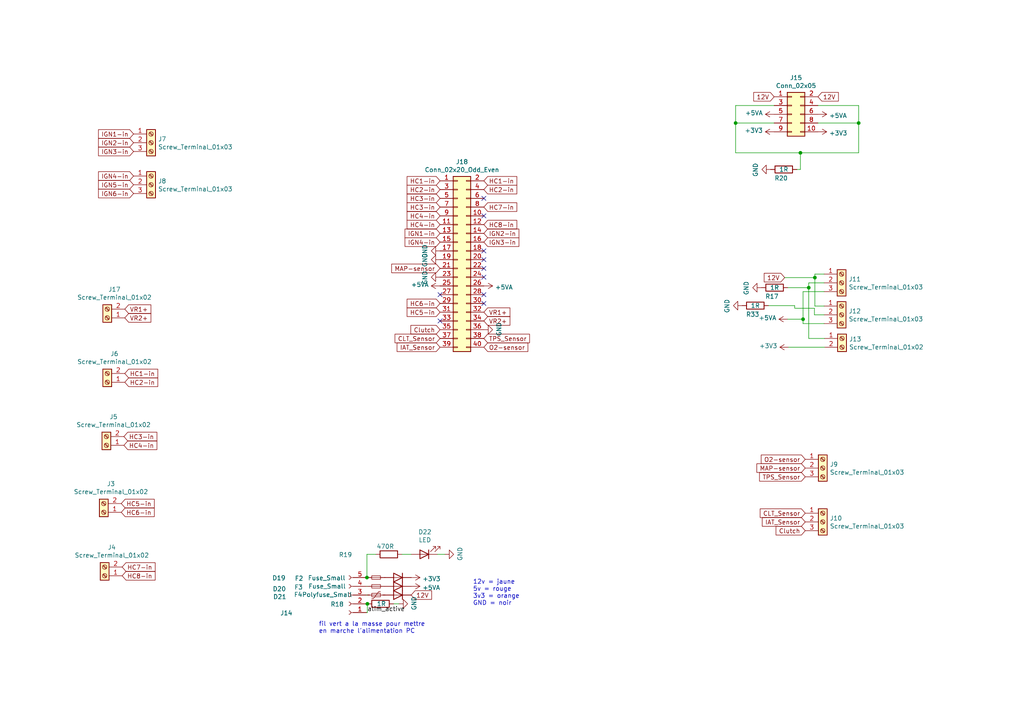
<source format=kicad_sch>
(kicad_sch
	(version 20231120)
	(generator "eeschema")
	(generator_version "8.0")
	(uuid "fc74d649-f504-4d68-8601-a7f084822119")
	(paper "A4")
	(lib_symbols
		(symbol "Connector:Screw_Terminal_01x02"
			(pin_names
				(offset 1.016) hide)
			(exclude_from_sim no)
			(in_bom yes)
			(on_board yes)
			(property "Reference" "J"
				(at 0 2.54 0)
				(effects
					(font
						(size 1.27 1.27)
					)
				)
			)
			(property "Value" "Screw_Terminal_01x02"
				(at 0 -5.08 0)
				(effects
					(font
						(size 1.27 1.27)
					)
				)
			)
			(property "Footprint" ""
				(at 0 0 0)
				(effects
					(font
						(size 1.27 1.27)
					)
					(hide yes)
				)
			)
			(property "Datasheet" "~"
				(at 0 0 0)
				(effects
					(font
						(size 1.27 1.27)
					)
					(hide yes)
				)
			)
			(property "Description" "Generic screw terminal, single row, 01x02, script generated (kicad-library-utils/schlib/autogen/connector/)"
				(at 0 0 0)
				(effects
					(font
						(size 1.27 1.27)
					)
					(hide yes)
				)
			)
			(property "ki_keywords" "screw terminal"
				(at 0 0 0)
				(effects
					(font
						(size 1.27 1.27)
					)
					(hide yes)
				)
			)
			(property "ki_fp_filters" "TerminalBlock*:*"
				(at 0 0 0)
				(effects
					(font
						(size 1.27 1.27)
					)
					(hide yes)
				)
			)
			(symbol "Screw_Terminal_01x02_1_1"
				(rectangle
					(start -1.27 1.27)
					(end 1.27 -3.81)
					(stroke
						(width 0.254)
						(type default)
					)
					(fill
						(type background)
					)
				)
				(circle
					(center 0 -2.54)
					(radius 0.635)
					(stroke
						(width 0.1524)
						(type default)
					)
					(fill
						(type none)
					)
				)
				(polyline
					(pts
						(xy -0.5334 -2.2098) (xy 0.3302 -3.048)
					)
					(stroke
						(width 0.1524)
						(type default)
					)
					(fill
						(type none)
					)
				)
				(polyline
					(pts
						(xy -0.5334 0.3302) (xy 0.3302 -0.508)
					)
					(stroke
						(width 0.1524)
						(type default)
					)
					(fill
						(type none)
					)
				)
				(polyline
					(pts
						(xy -0.3556 -2.032) (xy 0.508 -2.8702)
					)
					(stroke
						(width 0.1524)
						(type default)
					)
					(fill
						(type none)
					)
				)
				(polyline
					(pts
						(xy -0.3556 0.508) (xy 0.508 -0.3302)
					)
					(stroke
						(width 0.1524)
						(type default)
					)
					(fill
						(type none)
					)
				)
				(circle
					(center 0 0)
					(radius 0.635)
					(stroke
						(width 0.1524)
						(type default)
					)
					(fill
						(type none)
					)
				)
				(pin passive line
					(at -5.08 0 0)
					(length 3.81)
					(name "Pin_1"
						(effects
							(font
								(size 1.27 1.27)
							)
						)
					)
					(number "1"
						(effects
							(font
								(size 1.27 1.27)
							)
						)
					)
				)
				(pin passive line
					(at -5.08 -2.54 0)
					(length 3.81)
					(name "Pin_2"
						(effects
							(font
								(size 1.27 1.27)
							)
						)
					)
					(number "2"
						(effects
							(font
								(size 1.27 1.27)
							)
						)
					)
				)
			)
		)
		(symbol "Connector:Screw_Terminal_01x03"
			(pin_names
				(offset 1.016) hide)
			(exclude_from_sim no)
			(in_bom yes)
			(on_board yes)
			(property "Reference" "J"
				(at 0 5.08 0)
				(effects
					(font
						(size 1.27 1.27)
					)
				)
			)
			(property "Value" "Screw_Terminal_01x03"
				(at 0 -5.08 0)
				(effects
					(font
						(size 1.27 1.27)
					)
				)
			)
			(property "Footprint" ""
				(at 0 0 0)
				(effects
					(font
						(size 1.27 1.27)
					)
					(hide yes)
				)
			)
			(property "Datasheet" "~"
				(at 0 0 0)
				(effects
					(font
						(size 1.27 1.27)
					)
					(hide yes)
				)
			)
			(property "Description" "Generic screw terminal, single row, 01x03, script generated (kicad-library-utils/schlib/autogen/connector/)"
				(at 0 0 0)
				(effects
					(font
						(size 1.27 1.27)
					)
					(hide yes)
				)
			)
			(property "ki_keywords" "screw terminal"
				(at 0 0 0)
				(effects
					(font
						(size 1.27 1.27)
					)
					(hide yes)
				)
			)
			(property "ki_fp_filters" "TerminalBlock*:*"
				(at 0 0 0)
				(effects
					(font
						(size 1.27 1.27)
					)
					(hide yes)
				)
			)
			(symbol "Screw_Terminal_01x03_1_1"
				(rectangle
					(start -1.27 3.81)
					(end 1.27 -3.81)
					(stroke
						(width 0.254)
						(type default)
					)
					(fill
						(type background)
					)
				)
				(circle
					(center 0 -2.54)
					(radius 0.635)
					(stroke
						(width 0.1524)
						(type default)
					)
					(fill
						(type none)
					)
				)
				(polyline
					(pts
						(xy -0.5334 -2.2098) (xy 0.3302 -3.048)
					)
					(stroke
						(width 0.1524)
						(type default)
					)
					(fill
						(type none)
					)
				)
				(polyline
					(pts
						(xy -0.5334 0.3302) (xy 0.3302 -0.508)
					)
					(stroke
						(width 0.1524)
						(type default)
					)
					(fill
						(type none)
					)
				)
				(polyline
					(pts
						(xy -0.5334 2.8702) (xy 0.3302 2.032)
					)
					(stroke
						(width 0.1524)
						(type default)
					)
					(fill
						(type none)
					)
				)
				(polyline
					(pts
						(xy -0.3556 -2.032) (xy 0.508 -2.8702)
					)
					(stroke
						(width 0.1524)
						(type default)
					)
					(fill
						(type none)
					)
				)
				(polyline
					(pts
						(xy -0.3556 0.508) (xy 0.508 -0.3302)
					)
					(stroke
						(width 0.1524)
						(type default)
					)
					(fill
						(type none)
					)
				)
				(polyline
					(pts
						(xy -0.3556 3.048) (xy 0.508 2.2098)
					)
					(stroke
						(width 0.1524)
						(type default)
					)
					(fill
						(type none)
					)
				)
				(circle
					(center 0 0)
					(radius 0.635)
					(stroke
						(width 0.1524)
						(type default)
					)
					(fill
						(type none)
					)
				)
				(circle
					(center 0 2.54)
					(radius 0.635)
					(stroke
						(width 0.1524)
						(type default)
					)
					(fill
						(type none)
					)
				)
				(pin passive line
					(at -5.08 2.54 0)
					(length 3.81)
					(name "Pin_1"
						(effects
							(font
								(size 1.27 1.27)
							)
						)
					)
					(number "1"
						(effects
							(font
								(size 1.27 1.27)
							)
						)
					)
				)
				(pin passive line
					(at -5.08 0 0)
					(length 3.81)
					(name "Pin_2"
						(effects
							(font
								(size 1.27 1.27)
							)
						)
					)
					(number "2"
						(effects
							(font
								(size 1.27 1.27)
							)
						)
					)
				)
				(pin passive line
					(at -5.08 -2.54 0)
					(length 3.81)
					(name "Pin_3"
						(effects
							(font
								(size 1.27 1.27)
							)
						)
					)
					(number "3"
						(effects
							(font
								(size 1.27 1.27)
							)
						)
					)
				)
			)
		)
		(symbol "Connector_Generic:Conn_02x05_Odd_Even"
			(pin_names
				(offset 1.016) hide)
			(exclude_from_sim no)
			(in_bom yes)
			(on_board yes)
			(property "Reference" "J"
				(at 1.27 7.62 0)
				(effects
					(font
						(size 1.27 1.27)
					)
				)
			)
			(property "Value" "Conn_02x05_Odd_Even"
				(at 1.27 -7.62 0)
				(effects
					(font
						(size 1.27 1.27)
					)
				)
			)
			(property "Footprint" ""
				(at 0 0 0)
				(effects
					(font
						(size 1.27 1.27)
					)
					(hide yes)
				)
			)
			(property "Datasheet" "~"
				(at 0 0 0)
				(effects
					(font
						(size 1.27 1.27)
					)
					(hide yes)
				)
			)
			(property "Description" "Generic connector, double row, 02x05, odd/even pin numbering scheme (row 1 odd numbers, row 2 even numbers), script generated (kicad-library-utils/schlib/autogen/connector/)"
				(at 0 0 0)
				(effects
					(font
						(size 1.27 1.27)
					)
					(hide yes)
				)
			)
			(property "ki_keywords" "connector"
				(at 0 0 0)
				(effects
					(font
						(size 1.27 1.27)
					)
					(hide yes)
				)
			)
			(property "ki_fp_filters" "Connector*:*_2x??_*"
				(at 0 0 0)
				(effects
					(font
						(size 1.27 1.27)
					)
					(hide yes)
				)
			)
			(symbol "Conn_02x05_Odd_Even_1_1"
				(rectangle
					(start -1.27 -4.953)
					(end 0 -5.207)
					(stroke
						(width 0.1524)
						(type default)
					)
					(fill
						(type none)
					)
				)
				(rectangle
					(start -1.27 -2.413)
					(end 0 -2.667)
					(stroke
						(width 0.1524)
						(type default)
					)
					(fill
						(type none)
					)
				)
				(rectangle
					(start -1.27 0.127)
					(end 0 -0.127)
					(stroke
						(width 0.1524)
						(type default)
					)
					(fill
						(type none)
					)
				)
				(rectangle
					(start -1.27 2.667)
					(end 0 2.413)
					(stroke
						(width 0.1524)
						(type default)
					)
					(fill
						(type none)
					)
				)
				(rectangle
					(start -1.27 5.207)
					(end 0 4.953)
					(stroke
						(width 0.1524)
						(type default)
					)
					(fill
						(type none)
					)
				)
				(rectangle
					(start -1.27 6.35)
					(end 3.81 -6.35)
					(stroke
						(width 0.254)
						(type default)
					)
					(fill
						(type background)
					)
				)
				(rectangle
					(start 3.81 -4.953)
					(end 2.54 -5.207)
					(stroke
						(width 0.1524)
						(type default)
					)
					(fill
						(type none)
					)
				)
				(rectangle
					(start 3.81 -2.413)
					(end 2.54 -2.667)
					(stroke
						(width 0.1524)
						(type default)
					)
					(fill
						(type none)
					)
				)
				(rectangle
					(start 3.81 0.127)
					(end 2.54 -0.127)
					(stroke
						(width 0.1524)
						(type default)
					)
					(fill
						(type none)
					)
				)
				(rectangle
					(start 3.81 2.667)
					(end 2.54 2.413)
					(stroke
						(width 0.1524)
						(type default)
					)
					(fill
						(type none)
					)
				)
				(rectangle
					(start 3.81 5.207)
					(end 2.54 4.953)
					(stroke
						(width 0.1524)
						(type default)
					)
					(fill
						(type none)
					)
				)
				(pin passive line
					(at -5.08 5.08 0)
					(length 3.81)
					(name "Pin_1"
						(effects
							(font
								(size 1.27 1.27)
							)
						)
					)
					(number "1"
						(effects
							(font
								(size 1.27 1.27)
							)
						)
					)
				)
				(pin passive line
					(at 7.62 -5.08 180)
					(length 3.81)
					(name "Pin_10"
						(effects
							(font
								(size 1.27 1.27)
							)
						)
					)
					(number "10"
						(effects
							(font
								(size 1.27 1.27)
							)
						)
					)
				)
				(pin passive line
					(at 7.62 5.08 180)
					(length 3.81)
					(name "Pin_2"
						(effects
							(font
								(size 1.27 1.27)
							)
						)
					)
					(number "2"
						(effects
							(font
								(size 1.27 1.27)
							)
						)
					)
				)
				(pin passive line
					(at -5.08 2.54 0)
					(length 3.81)
					(name "Pin_3"
						(effects
							(font
								(size 1.27 1.27)
							)
						)
					)
					(number "3"
						(effects
							(font
								(size 1.27 1.27)
							)
						)
					)
				)
				(pin passive line
					(at 7.62 2.54 180)
					(length 3.81)
					(name "Pin_4"
						(effects
							(font
								(size 1.27 1.27)
							)
						)
					)
					(number "4"
						(effects
							(font
								(size 1.27 1.27)
							)
						)
					)
				)
				(pin passive line
					(at -5.08 0 0)
					(length 3.81)
					(name "Pin_5"
						(effects
							(font
								(size 1.27 1.27)
							)
						)
					)
					(number "5"
						(effects
							(font
								(size 1.27 1.27)
							)
						)
					)
				)
				(pin passive line
					(at 7.62 0 180)
					(length 3.81)
					(name "Pin_6"
						(effects
							(font
								(size 1.27 1.27)
							)
						)
					)
					(number "6"
						(effects
							(font
								(size 1.27 1.27)
							)
						)
					)
				)
				(pin passive line
					(at -5.08 -2.54 0)
					(length 3.81)
					(name "Pin_7"
						(effects
							(font
								(size 1.27 1.27)
							)
						)
					)
					(number "7"
						(effects
							(font
								(size 1.27 1.27)
							)
						)
					)
				)
				(pin passive line
					(at 7.62 -2.54 180)
					(length 3.81)
					(name "Pin_8"
						(effects
							(font
								(size 1.27 1.27)
							)
						)
					)
					(number "8"
						(effects
							(font
								(size 1.27 1.27)
							)
						)
					)
				)
				(pin passive line
					(at -5.08 -5.08 0)
					(length 3.81)
					(name "Pin_9"
						(effects
							(font
								(size 1.27 1.27)
							)
						)
					)
					(number "9"
						(effects
							(font
								(size 1.27 1.27)
							)
						)
					)
				)
			)
		)
		(symbol "Connector_Generic:Conn_02x20_Odd_Even"
			(pin_names
				(offset 1.016) hide)
			(exclude_from_sim no)
			(in_bom yes)
			(on_board yes)
			(property "Reference" "J"
				(at 1.27 25.4 0)
				(effects
					(font
						(size 1.27 1.27)
					)
				)
			)
			(property "Value" "Conn_02x20_Odd_Even"
				(at 1.27 -27.94 0)
				(effects
					(font
						(size 1.27 1.27)
					)
				)
			)
			(property "Footprint" ""
				(at 0 0 0)
				(effects
					(font
						(size 1.27 1.27)
					)
					(hide yes)
				)
			)
			(property "Datasheet" "~"
				(at 0 0 0)
				(effects
					(font
						(size 1.27 1.27)
					)
					(hide yes)
				)
			)
			(property "Description" "Generic connector, double row, 02x20, odd/even pin numbering scheme (row 1 odd numbers, row 2 even numbers), script generated (kicad-library-utils/schlib/autogen/connector/)"
				(at 0 0 0)
				(effects
					(font
						(size 1.27 1.27)
					)
					(hide yes)
				)
			)
			(property "ki_keywords" "connector"
				(at 0 0 0)
				(effects
					(font
						(size 1.27 1.27)
					)
					(hide yes)
				)
			)
			(property "ki_fp_filters" "Connector*:*_2x??_*"
				(at 0 0 0)
				(effects
					(font
						(size 1.27 1.27)
					)
					(hide yes)
				)
			)
			(symbol "Conn_02x20_Odd_Even_1_1"
				(rectangle
					(start -1.27 -25.273)
					(end 0 -25.527)
					(stroke
						(width 0.1524)
						(type default)
					)
					(fill
						(type none)
					)
				)
				(rectangle
					(start -1.27 -22.733)
					(end 0 -22.987)
					(stroke
						(width 0.1524)
						(type default)
					)
					(fill
						(type none)
					)
				)
				(rectangle
					(start -1.27 -20.193)
					(end 0 -20.447)
					(stroke
						(width 0.1524)
						(type default)
					)
					(fill
						(type none)
					)
				)
				(rectangle
					(start -1.27 -17.653)
					(end 0 -17.907)
					(stroke
						(width 0.1524)
						(type default)
					)
					(fill
						(type none)
					)
				)
				(rectangle
					(start -1.27 -15.113)
					(end 0 -15.367)
					(stroke
						(width 0.1524)
						(type default)
					)
					(fill
						(type none)
					)
				)
				(rectangle
					(start -1.27 -12.573)
					(end 0 -12.827)
					(stroke
						(width 0.1524)
						(type default)
					)
					(fill
						(type none)
					)
				)
				(rectangle
					(start -1.27 -10.033)
					(end 0 -10.287)
					(stroke
						(width 0.1524)
						(type default)
					)
					(fill
						(type none)
					)
				)
				(rectangle
					(start -1.27 -7.493)
					(end 0 -7.747)
					(stroke
						(width 0.1524)
						(type default)
					)
					(fill
						(type none)
					)
				)
				(rectangle
					(start -1.27 -4.953)
					(end 0 -5.207)
					(stroke
						(width 0.1524)
						(type default)
					)
					(fill
						(type none)
					)
				)
				(rectangle
					(start -1.27 -2.413)
					(end 0 -2.667)
					(stroke
						(width 0.1524)
						(type default)
					)
					(fill
						(type none)
					)
				)
				(rectangle
					(start -1.27 0.127)
					(end 0 -0.127)
					(stroke
						(width 0.1524)
						(type default)
					)
					(fill
						(type none)
					)
				)
				(rectangle
					(start -1.27 2.667)
					(end 0 2.413)
					(stroke
						(width 0.1524)
						(type default)
					)
					(fill
						(type none)
					)
				)
				(rectangle
					(start -1.27 5.207)
					(end 0 4.953)
					(stroke
						(width 0.1524)
						(type default)
					)
					(fill
						(type none)
					)
				)
				(rectangle
					(start -1.27 7.747)
					(end 0 7.493)
					(stroke
						(width 0.1524)
						(type default)
					)
					(fill
						(type none)
					)
				)
				(rectangle
					(start -1.27 10.287)
					(end 0 10.033)
					(stroke
						(width 0.1524)
						(type default)
					)
					(fill
						(type none)
					)
				)
				(rectangle
					(start -1.27 12.827)
					(end 0 12.573)
					(stroke
						(width 0.1524)
						(type default)
					)
					(fill
						(type none)
					)
				)
				(rectangle
					(start -1.27 15.367)
					(end 0 15.113)
					(stroke
						(width 0.1524)
						(type default)
					)
					(fill
						(type none)
					)
				)
				(rectangle
					(start -1.27 17.907)
					(end 0 17.653)
					(stroke
						(width 0.1524)
						(type default)
					)
					(fill
						(type none)
					)
				)
				(rectangle
					(start -1.27 20.447)
					(end 0 20.193)
					(stroke
						(width 0.1524)
						(type default)
					)
					(fill
						(type none)
					)
				)
				(rectangle
					(start -1.27 22.987)
					(end 0 22.733)
					(stroke
						(width 0.1524)
						(type default)
					)
					(fill
						(type none)
					)
				)
				(rectangle
					(start -1.27 24.13)
					(end 3.81 -26.67)
					(stroke
						(width 0.254)
						(type default)
					)
					(fill
						(type background)
					)
				)
				(rectangle
					(start 3.81 -25.273)
					(end 2.54 -25.527)
					(stroke
						(width 0.1524)
						(type default)
					)
					(fill
						(type none)
					)
				)
				(rectangle
					(start 3.81 -22.733)
					(end 2.54 -22.987)
					(stroke
						(width 0.1524)
						(type default)
					)
					(fill
						(type none)
					)
				)
				(rectangle
					(start 3.81 -20.193)
					(end 2.54 -20.447)
					(stroke
						(width 0.1524)
						(type default)
					)
					(fill
						(type none)
					)
				)
				(rectangle
					(start 3.81 -17.653)
					(end 2.54 -17.907)
					(stroke
						(width 0.1524)
						(type default)
					)
					(fill
						(type none)
					)
				)
				(rectangle
					(start 3.81 -15.113)
					(end 2.54 -15.367)
					(stroke
						(width 0.1524)
						(type default)
					)
					(fill
						(type none)
					)
				)
				(rectangle
					(start 3.81 -12.573)
					(end 2.54 -12.827)
					(stroke
						(width 0.1524)
						(type default)
					)
					(fill
						(type none)
					)
				)
				(rectangle
					(start 3.81 -10.033)
					(end 2.54 -10.287)
					(stroke
						(width 0.1524)
						(type default)
					)
					(fill
						(type none)
					)
				)
				(rectangle
					(start 3.81 -7.493)
					(end 2.54 -7.747)
					(stroke
						(width 0.1524)
						(type default)
					)
					(fill
						(type none)
					)
				)
				(rectangle
					(start 3.81 -4.953)
					(end 2.54 -5.207)
					(stroke
						(width 0.1524)
						(type default)
					)
					(fill
						(type none)
					)
				)
				(rectangle
					(start 3.81 -2.413)
					(end 2.54 -2.667)
					(stroke
						(width 0.1524)
						(type default)
					)
					(fill
						(type none)
					)
				)
				(rectangle
					(start 3.81 0.127)
					(end 2.54 -0.127)
					(stroke
						(width 0.1524)
						(type default)
					)
					(fill
						(type none)
					)
				)
				(rectangle
					(start 3.81 2.667)
					(end 2.54 2.413)
					(stroke
						(width 0.1524)
						(type default)
					)
					(fill
						(type none)
					)
				)
				(rectangle
					(start 3.81 5.207)
					(end 2.54 4.953)
					(stroke
						(width 0.1524)
						(type default)
					)
					(fill
						(type none)
					)
				)
				(rectangle
					(start 3.81 7.747)
					(end 2.54 7.493)
					(stroke
						(width 0.1524)
						(type default)
					)
					(fill
						(type none)
					)
				)
				(rectangle
					(start 3.81 10.287)
					(end 2.54 10.033)
					(stroke
						(width 0.1524)
						(type default)
					)
					(fill
						(type none)
					)
				)
				(rectangle
					(start 3.81 12.827)
					(end 2.54 12.573)
					(stroke
						(width 0.1524)
						(type default)
					)
					(fill
						(type none)
					)
				)
				(rectangle
					(start 3.81 15.367)
					(end 2.54 15.113)
					(stroke
						(width 0.1524)
						(type default)
					)
					(fill
						(type none)
					)
				)
				(rectangle
					(start 3.81 17.907)
					(end 2.54 17.653)
					(stroke
						(width 0.1524)
						(type default)
					)
					(fill
						(type none)
					)
				)
				(rectangle
					(start 3.81 20.447)
					(end 2.54 20.193)
					(stroke
						(width 0.1524)
						(type default)
					)
					(fill
						(type none)
					)
				)
				(rectangle
					(start 3.81 22.987)
					(end 2.54 22.733)
					(stroke
						(width 0.1524)
						(type default)
					)
					(fill
						(type none)
					)
				)
				(pin passive line
					(at -5.08 22.86 0)
					(length 3.81)
					(name "Pin_1"
						(effects
							(font
								(size 1.27 1.27)
							)
						)
					)
					(number "1"
						(effects
							(font
								(size 1.27 1.27)
							)
						)
					)
				)
				(pin passive line
					(at 7.62 12.7 180)
					(length 3.81)
					(name "Pin_10"
						(effects
							(font
								(size 1.27 1.27)
							)
						)
					)
					(number "10"
						(effects
							(font
								(size 1.27 1.27)
							)
						)
					)
				)
				(pin passive line
					(at -5.08 10.16 0)
					(length 3.81)
					(name "Pin_11"
						(effects
							(font
								(size 1.27 1.27)
							)
						)
					)
					(number "11"
						(effects
							(font
								(size 1.27 1.27)
							)
						)
					)
				)
				(pin passive line
					(at 7.62 10.16 180)
					(length 3.81)
					(name "Pin_12"
						(effects
							(font
								(size 1.27 1.27)
							)
						)
					)
					(number "12"
						(effects
							(font
								(size 1.27 1.27)
							)
						)
					)
				)
				(pin passive line
					(at -5.08 7.62 0)
					(length 3.81)
					(name "Pin_13"
						(effects
							(font
								(size 1.27 1.27)
							)
						)
					)
					(number "13"
						(effects
							(font
								(size 1.27 1.27)
							)
						)
					)
				)
				(pin passive line
					(at 7.62 7.62 180)
					(length 3.81)
					(name "Pin_14"
						(effects
							(font
								(size 1.27 1.27)
							)
						)
					)
					(number "14"
						(effects
							(font
								(size 1.27 1.27)
							)
						)
					)
				)
				(pin passive line
					(at -5.08 5.08 0)
					(length 3.81)
					(name "Pin_15"
						(effects
							(font
								(size 1.27 1.27)
							)
						)
					)
					(number "15"
						(effects
							(font
								(size 1.27 1.27)
							)
						)
					)
				)
				(pin passive line
					(at 7.62 5.08 180)
					(length 3.81)
					(name "Pin_16"
						(effects
							(font
								(size 1.27 1.27)
							)
						)
					)
					(number "16"
						(effects
							(font
								(size 1.27 1.27)
							)
						)
					)
				)
				(pin passive line
					(at -5.08 2.54 0)
					(length 3.81)
					(name "Pin_17"
						(effects
							(font
								(size 1.27 1.27)
							)
						)
					)
					(number "17"
						(effects
							(font
								(size 1.27 1.27)
							)
						)
					)
				)
				(pin passive line
					(at 7.62 2.54 180)
					(length 3.81)
					(name "Pin_18"
						(effects
							(font
								(size 1.27 1.27)
							)
						)
					)
					(number "18"
						(effects
							(font
								(size 1.27 1.27)
							)
						)
					)
				)
				(pin passive line
					(at -5.08 0 0)
					(length 3.81)
					(name "Pin_19"
						(effects
							(font
								(size 1.27 1.27)
							)
						)
					)
					(number "19"
						(effects
							(font
								(size 1.27 1.27)
							)
						)
					)
				)
				(pin passive line
					(at 7.62 22.86 180)
					(length 3.81)
					(name "Pin_2"
						(effects
							(font
								(size 1.27 1.27)
							)
						)
					)
					(number "2"
						(effects
							(font
								(size 1.27 1.27)
							)
						)
					)
				)
				(pin passive line
					(at 7.62 0 180)
					(length 3.81)
					(name "Pin_20"
						(effects
							(font
								(size 1.27 1.27)
							)
						)
					)
					(number "20"
						(effects
							(font
								(size 1.27 1.27)
							)
						)
					)
				)
				(pin passive line
					(at -5.08 -2.54 0)
					(length 3.81)
					(name "Pin_21"
						(effects
							(font
								(size 1.27 1.27)
							)
						)
					)
					(number "21"
						(effects
							(font
								(size 1.27 1.27)
							)
						)
					)
				)
				(pin passive line
					(at 7.62 -2.54 180)
					(length 3.81)
					(name "Pin_22"
						(effects
							(font
								(size 1.27 1.27)
							)
						)
					)
					(number "22"
						(effects
							(font
								(size 1.27 1.27)
							)
						)
					)
				)
				(pin passive line
					(at -5.08 -5.08 0)
					(length 3.81)
					(name "Pin_23"
						(effects
							(font
								(size 1.27 1.27)
							)
						)
					)
					(number "23"
						(effects
							(font
								(size 1.27 1.27)
							)
						)
					)
				)
				(pin passive line
					(at 7.62 -5.08 180)
					(length 3.81)
					(name "Pin_24"
						(effects
							(font
								(size 1.27 1.27)
							)
						)
					)
					(number "24"
						(effects
							(font
								(size 1.27 1.27)
							)
						)
					)
				)
				(pin passive line
					(at -5.08 -7.62 0)
					(length 3.81)
					(name "Pin_25"
						(effects
							(font
								(size 1.27 1.27)
							)
						)
					)
					(number "25"
						(effects
							(font
								(size 1.27 1.27)
							)
						)
					)
				)
				(pin passive line
					(at 7.62 -7.62 180)
					(length 3.81)
					(name "Pin_26"
						(effects
							(font
								(size 1.27 1.27)
							)
						)
					)
					(number "26"
						(effects
							(font
								(size 1.27 1.27)
							)
						)
					)
				)
				(pin passive line
					(at -5.08 -10.16 0)
					(length 3.81)
					(name "Pin_27"
						(effects
							(font
								(size 1.27 1.27)
							)
						)
					)
					(number "27"
						(effects
							(font
								(size 1.27 1.27)
							)
						)
					)
				)
				(pin passive line
					(at 7.62 -10.16 180)
					(length 3.81)
					(name "Pin_28"
						(effects
							(font
								(size 1.27 1.27)
							)
						)
					)
					(number "28"
						(effects
							(font
								(size 1.27 1.27)
							)
						)
					)
				)
				(pin passive line
					(at -5.08 -12.7 0)
					(length 3.81)
					(name "Pin_29"
						(effects
							(font
								(size 1.27 1.27)
							)
						)
					)
					(number "29"
						(effects
							(font
								(size 1.27 1.27)
							)
						)
					)
				)
				(pin passive line
					(at -5.08 20.32 0)
					(length 3.81)
					(name "Pin_3"
						(effects
							(font
								(size 1.27 1.27)
							)
						)
					)
					(number "3"
						(effects
							(font
								(size 1.27 1.27)
							)
						)
					)
				)
				(pin passive line
					(at 7.62 -12.7 180)
					(length 3.81)
					(name "Pin_30"
						(effects
							(font
								(size 1.27 1.27)
							)
						)
					)
					(number "30"
						(effects
							(font
								(size 1.27 1.27)
							)
						)
					)
				)
				(pin passive line
					(at -5.08 -15.24 0)
					(length 3.81)
					(name "Pin_31"
						(effects
							(font
								(size 1.27 1.27)
							)
						)
					)
					(number "31"
						(effects
							(font
								(size 1.27 1.27)
							)
						)
					)
				)
				(pin passive line
					(at 7.62 -15.24 180)
					(length 3.81)
					(name "Pin_32"
						(effects
							(font
								(size 1.27 1.27)
							)
						)
					)
					(number "32"
						(effects
							(font
								(size 1.27 1.27)
							)
						)
					)
				)
				(pin passive line
					(at -5.08 -17.78 0)
					(length 3.81)
					(name "Pin_33"
						(effects
							(font
								(size 1.27 1.27)
							)
						)
					)
					(number "33"
						(effects
							(font
								(size 1.27 1.27)
							)
						)
					)
				)
				(pin passive line
					(at 7.62 -17.78 180)
					(length 3.81)
					(name "Pin_34"
						(effects
							(font
								(size 1.27 1.27)
							)
						)
					)
					(number "34"
						(effects
							(font
								(size 1.27 1.27)
							)
						)
					)
				)
				(pin passive line
					(at -5.08 -20.32 0)
					(length 3.81)
					(name "Pin_35"
						(effects
							(font
								(size 1.27 1.27)
							)
						)
					)
					(number "35"
						(effects
							(font
								(size 1.27 1.27)
							)
						)
					)
				)
				(pin passive line
					(at 7.62 -20.32 180)
					(length 3.81)
					(name "Pin_36"
						(effects
							(font
								(size 1.27 1.27)
							)
						)
					)
					(number "36"
						(effects
							(font
								(size 1.27 1.27)
							)
						)
					)
				)
				(pin passive line
					(at -5.08 -22.86 0)
					(length 3.81)
					(name "Pin_37"
						(effects
							(font
								(size 1.27 1.27)
							)
						)
					)
					(number "37"
						(effects
							(font
								(size 1.27 1.27)
							)
						)
					)
				)
				(pin passive line
					(at 7.62 -22.86 180)
					(length 3.81)
					(name "Pin_38"
						(effects
							(font
								(size 1.27 1.27)
							)
						)
					)
					(number "38"
						(effects
							(font
								(size 1.27 1.27)
							)
						)
					)
				)
				(pin passive line
					(at -5.08 -25.4 0)
					(length 3.81)
					(name "Pin_39"
						(effects
							(font
								(size 1.27 1.27)
							)
						)
					)
					(number "39"
						(effects
							(font
								(size 1.27 1.27)
							)
						)
					)
				)
				(pin passive line
					(at 7.62 20.32 180)
					(length 3.81)
					(name "Pin_4"
						(effects
							(font
								(size 1.27 1.27)
							)
						)
					)
					(number "4"
						(effects
							(font
								(size 1.27 1.27)
							)
						)
					)
				)
				(pin passive line
					(at 7.62 -25.4 180)
					(length 3.81)
					(name "Pin_40"
						(effects
							(font
								(size 1.27 1.27)
							)
						)
					)
					(number "40"
						(effects
							(font
								(size 1.27 1.27)
							)
						)
					)
				)
				(pin passive line
					(at -5.08 17.78 0)
					(length 3.81)
					(name "Pin_5"
						(effects
							(font
								(size 1.27 1.27)
							)
						)
					)
					(number "5"
						(effects
							(font
								(size 1.27 1.27)
							)
						)
					)
				)
				(pin passive line
					(at 7.62 17.78 180)
					(length 3.81)
					(name "Pin_6"
						(effects
							(font
								(size 1.27 1.27)
							)
						)
					)
					(number "6"
						(effects
							(font
								(size 1.27 1.27)
							)
						)
					)
				)
				(pin passive line
					(at -5.08 15.24 0)
					(length 3.81)
					(name "Pin_7"
						(effects
							(font
								(size 1.27 1.27)
							)
						)
					)
					(number "7"
						(effects
							(font
								(size 1.27 1.27)
							)
						)
					)
				)
				(pin passive line
					(at 7.62 15.24 180)
					(length 3.81)
					(name "Pin_8"
						(effects
							(font
								(size 1.27 1.27)
							)
						)
					)
					(number "8"
						(effects
							(font
								(size 1.27 1.27)
							)
						)
					)
				)
				(pin passive line
					(at -5.08 12.7 0)
					(length 3.81)
					(name "Pin_9"
						(effects
							(font
								(size 1.27 1.27)
							)
						)
					)
					(number "9"
						(effects
							(font
								(size 1.27 1.27)
							)
						)
					)
				)
			)
		)
		(symbol "Device:D"
			(pin_numbers hide)
			(pin_names
				(offset 1.016) hide)
			(exclude_from_sim no)
			(in_bom yes)
			(on_board yes)
			(property "Reference" "D"
				(at 0 2.54 0)
				(effects
					(font
						(size 1.27 1.27)
					)
				)
			)
			(property "Value" "D"
				(at 0 -2.54 0)
				(effects
					(font
						(size 1.27 1.27)
					)
				)
			)
			(property "Footprint" ""
				(at 0 0 0)
				(effects
					(font
						(size 1.27 1.27)
					)
					(hide yes)
				)
			)
			(property "Datasheet" "~"
				(at 0 0 0)
				(effects
					(font
						(size 1.27 1.27)
					)
					(hide yes)
				)
			)
			(property "Description" "Diode"
				(at 0 0 0)
				(effects
					(font
						(size 1.27 1.27)
					)
					(hide yes)
				)
			)
			(property "Sim.Device" "D"
				(at 0 0 0)
				(effects
					(font
						(size 1.27 1.27)
					)
					(hide yes)
				)
			)
			(property "Sim.Pins" "1=K 2=A"
				(at 0 0 0)
				(effects
					(font
						(size 1.27 1.27)
					)
					(hide yes)
				)
			)
			(property "ki_keywords" "diode"
				(at 0 0 0)
				(effects
					(font
						(size 1.27 1.27)
					)
					(hide yes)
				)
			)
			(property "ki_fp_filters" "TO-???* *_Diode_* *SingleDiode* D_*"
				(at 0 0 0)
				(effects
					(font
						(size 1.27 1.27)
					)
					(hide yes)
				)
			)
			(symbol "D_0_1"
				(polyline
					(pts
						(xy -1.27 1.27) (xy -1.27 -1.27)
					)
					(stroke
						(width 0.254)
						(type default)
					)
					(fill
						(type none)
					)
				)
				(polyline
					(pts
						(xy 1.27 0) (xy -1.27 0)
					)
					(stroke
						(width 0)
						(type default)
					)
					(fill
						(type none)
					)
				)
				(polyline
					(pts
						(xy 1.27 1.27) (xy 1.27 -1.27) (xy -1.27 0) (xy 1.27 1.27)
					)
					(stroke
						(width 0.254)
						(type default)
					)
					(fill
						(type none)
					)
				)
			)
			(symbol "D_1_1"
				(pin passive line
					(at -3.81 0 0)
					(length 2.54)
					(name "K"
						(effects
							(font
								(size 1.27 1.27)
							)
						)
					)
					(number "1"
						(effects
							(font
								(size 1.27 1.27)
							)
						)
					)
				)
				(pin passive line
					(at 3.81 0 180)
					(length 2.54)
					(name "A"
						(effects
							(font
								(size 1.27 1.27)
							)
						)
					)
					(number "2"
						(effects
							(font
								(size 1.27 1.27)
							)
						)
					)
				)
			)
		)
		(symbol "Device:Fuse_Small"
			(pin_numbers hide)
			(pin_names
				(offset 0.254) hide)
			(exclude_from_sim no)
			(in_bom yes)
			(on_board yes)
			(property "Reference" "F"
				(at 0 -1.524 0)
				(effects
					(font
						(size 1.27 1.27)
					)
				)
			)
			(property "Value" "Fuse_Small"
				(at 0 1.524 0)
				(effects
					(font
						(size 1.27 1.27)
					)
				)
			)
			(property "Footprint" ""
				(at 0 0 0)
				(effects
					(font
						(size 1.27 1.27)
					)
					(hide yes)
				)
			)
			(property "Datasheet" "~"
				(at 0 0 0)
				(effects
					(font
						(size 1.27 1.27)
					)
					(hide yes)
				)
			)
			(property "Description" "Fuse, small symbol"
				(at 0 0 0)
				(effects
					(font
						(size 1.27 1.27)
					)
					(hide yes)
				)
			)
			(property "ki_keywords" "fuse"
				(at 0 0 0)
				(effects
					(font
						(size 1.27 1.27)
					)
					(hide yes)
				)
			)
			(property "ki_fp_filters" "*Fuse*"
				(at 0 0 0)
				(effects
					(font
						(size 1.27 1.27)
					)
					(hide yes)
				)
			)
			(symbol "Fuse_Small_0_1"
				(rectangle
					(start -1.27 0.508)
					(end 1.27 -0.508)
					(stroke
						(width 0)
						(type default)
					)
					(fill
						(type none)
					)
				)
				(polyline
					(pts
						(xy -1.27 0) (xy 1.27 0)
					)
					(stroke
						(width 0)
						(type default)
					)
					(fill
						(type none)
					)
				)
			)
			(symbol "Fuse_Small_1_1"
				(pin passive line
					(at -2.54 0 0)
					(length 1.27)
					(name "~"
						(effects
							(font
								(size 1.27 1.27)
							)
						)
					)
					(number "1"
						(effects
							(font
								(size 1.27 1.27)
							)
						)
					)
				)
				(pin passive line
					(at 2.54 0 180)
					(length 1.27)
					(name "~"
						(effects
							(font
								(size 1.27 1.27)
							)
						)
					)
					(number "2"
						(effects
							(font
								(size 1.27 1.27)
							)
						)
					)
				)
			)
		)
		(symbol "Device:LED"
			(pin_numbers hide)
			(pin_names
				(offset 1.016) hide)
			(exclude_from_sim no)
			(in_bom yes)
			(on_board yes)
			(property "Reference" "D"
				(at 0 2.54 0)
				(effects
					(font
						(size 1.27 1.27)
					)
				)
			)
			(property "Value" "LED"
				(at 0 -2.54 0)
				(effects
					(font
						(size 1.27 1.27)
					)
				)
			)
			(property "Footprint" ""
				(at 0 0 0)
				(effects
					(font
						(size 1.27 1.27)
					)
					(hide yes)
				)
			)
			(property "Datasheet" "~"
				(at 0 0 0)
				(effects
					(font
						(size 1.27 1.27)
					)
					(hide yes)
				)
			)
			(property "Description" "Light emitting diode"
				(at 0 0 0)
				(effects
					(font
						(size 1.27 1.27)
					)
					(hide yes)
				)
			)
			(property "ki_keywords" "LED diode"
				(at 0 0 0)
				(effects
					(font
						(size 1.27 1.27)
					)
					(hide yes)
				)
			)
			(property "ki_fp_filters" "LED* LED_SMD:* LED_THT:*"
				(at 0 0 0)
				(effects
					(font
						(size 1.27 1.27)
					)
					(hide yes)
				)
			)
			(symbol "LED_0_1"
				(polyline
					(pts
						(xy -1.27 -1.27) (xy -1.27 1.27)
					)
					(stroke
						(width 0.254)
						(type default)
					)
					(fill
						(type none)
					)
				)
				(polyline
					(pts
						(xy -1.27 0) (xy 1.27 0)
					)
					(stroke
						(width 0)
						(type default)
					)
					(fill
						(type none)
					)
				)
				(polyline
					(pts
						(xy 1.27 -1.27) (xy 1.27 1.27) (xy -1.27 0) (xy 1.27 -1.27)
					)
					(stroke
						(width 0.254)
						(type default)
					)
					(fill
						(type none)
					)
				)
				(polyline
					(pts
						(xy -3.048 -0.762) (xy -4.572 -2.286) (xy -3.81 -2.286) (xy -4.572 -2.286) (xy -4.572 -1.524)
					)
					(stroke
						(width 0)
						(type default)
					)
					(fill
						(type none)
					)
				)
				(polyline
					(pts
						(xy -1.778 -0.762) (xy -3.302 -2.286) (xy -2.54 -2.286) (xy -3.302 -2.286) (xy -3.302 -1.524)
					)
					(stroke
						(width 0)
						(type default)
					)
					(fill
						(type none)
					)
				)
			)
			(symbol "LED_1_1"
				(pin passive line
					(at -3.81 0 0)
					(length 2.54)
					(name "K"
						(effects
							(font
								(size 1.27 1.27)
							)
						)
					)
					(number "1"
						(effects
							(font
								(size 1.27 1.27)
							)
						)
					)
				)
				(pin passive line
					(at 3.81 0 180)
					(length 2.54)
					(name "A"
						(effects
							(font
								(size 1.27 1.27)
							)
						)
					)
					(number "2"
						(effects
							(font
								(size 1.27 1.27)
							)
						)
					)
				)
			)
		)
		(symbol "Device:Polyfuse_Small"
			(pin_numbers hide)
			(pin_names
				(offset 0)
			)
			(exclude_from_sim no)
			(in_bom yes)
			(on_board yes)
			(property "Reference" "F"
				(at -1.905 0 90)
				(effects
					(font
						(size 1.27 1.27)
					)
				)
			)
			(property "Value" "Polyfuse_Small"
				(at 1.905 0 90)
				(effects
					(font
						(size 1.27 1.27)
					)
				)
			)
			(property "Footprint" ""
				(at 1.27 -5.08 0)
				(effects
					(font
						(size 1.27 1.27)
					)
					(justify left)
					(hide yes)
				)
			)
			(property "Datasheet" "~"
				(at 0 0 0)
				(effects
					(font
						(size 1.27 1.27)
					)
					(hide yes)
				)
			)
			(property "Description" "Resettable fuse, polymeric positive temperature coefficient, small symbol"
				(at 0 0 0)
				(effects
					(font
						(size 1.27 1.27)
					)
					(hide yes)
				)
			)
			(property "ki_keywords" "resettable fuse PTC PPTC polyfuse polyswitch"
				(at 0 0 0)
				(effects
					(font
						(size 1.27 1.27)
					)
					(hide yes)
				)
			)
			(property "ki_fp_filters" "*polyfuse* *PTC*"
				(at 0 0 0)
				(effects
					(font
						(size 1.27 1.27)
					)
					(hide yes)
				)
			)
			(symbol "Polyfuse_Small_0_1"
				(rectangle
					(start -0.508 1.27)
					(end 0.508 -1.27)
					(stroke
						(width 0)
						(type default)
					)
					(fill
						(type none)
					)
				)
				(polyline
					(pts
						(xy 0 2.54) (xy 0 -2.54)
					)
					(stroke
						(width 0)
						(type default)
					)
					(fill
						(type none)
					)
				)
				(polyline
					(pts
						(xy -1.016 1.27) (xy -1.016 0.762) (xy 1.016 -0.762) (xy 1.016 -1.27)
					)
					(stroke
						(width 0)
						(type default)
					)
					(fill
						(type none)
					)
				)
			)
			(symbol "Polyfuse_Small_1_1"
				(pin passive line
					(at 0 2.54 270)
					(length 0.635)
					(name "~"
						(effects
							(font
								(size 1.27 1.27)
							)
						)
					)
					(number "1"
						(effects
							(font
								(size 1.27 1.27)
							)
						)
					)
				)
				(pin passive line
					(at 0 -2.54 90)
					(length 0.635)
					(name "~"
						(effects
							(font
								(size 1.27 1.27)
							)
						)
					)
					(number "2"
						(effects
							(font
								(size 1.27 1.27)
							)
						)
					)
				)
			)
		)
		(symbol "Device:R"
			(pin_numbers hide)
			(pin_names
				(offset 0)
			)
			(exclude_from_sim no)
			(in_bom yes)
			(on_board yes)
			(property "Reference" "R"
				(at 2.032 0 90)
				(effects
					(font
						(size 1.27 1.27)
					)
				)
			)
			(property "Value" "R"
				(at 0 0 90)
				(effects
					(font
						(size 1.27 1.27)
					)
				)
			)
			(property "Footprint" ""
				(at -1.778 0 90)
				(effects
					(font
						(size 1.27 1.27)
					)
					(hide yes)
				)
			)
			(property "Datasheet" "~"
				(at 0 0 0)
				(effects
					(font
						(size 1.27 1.27)
					)
					(hide yes)
				)
			)
			(property "Description" "Resistor"
				(at 0 0 0)
				(effects
					(font
						(size 1.27 1.27)
					)
					(hide yes)
				)
			)
			(property "ki_keywords" "R res resistor"
				(at 0 0 0)
				(effects
					(font
						(size 1.27 1.27)
					)
					(hide yes)
				)
			)
			(property "ki_fp_filters" "R_*"
				(at 0 0 0)
				(effects
					(font
						(size 1.27 1.27)
					)
					(hide yes)
				)
			)
			(symbol "R_0_1"
				(rectangle
					(start -1.016 -2.54)
					(end 1.016 2.54)
					(stroke
						(width 0.254)
						(type default)
					)
					(fill
						(type none)
					)
				)
			)
			(symbol "R_1_1"
				(pin passive line
					(at 0 3.81 270)
					(length 1.27)
					(name "~"
						(effects
							(font
								(size 1.27 1.27)
							)
						)
					)
					(number "1"
						(effects
							(font
								(size 1.27 1.27)
							)
						)
					)
				)
				(pin passive line
					(at 0 -3.81 90)
					(length 1.27)
					(name "~"
						(effects
							(font
								(size 1.27 1.27)
							)
						)
					)
					(number "2"
						(effects
							(font
								(size 1.27 1.27)
							)
						)
					)
				)
			)
		)
		(symbol "SIMULATEUR 2x6 v2-rescue:+3.3V-power"
			(power)
			(pin_names
				(offset 0)
			)
			(exclude_from_sim no)
			(in_bom yes)
			(on_board yes)
			(property "Reference" "#PWR"
				(at 0 -3.81 0)
				(effects
					(font
						(size 1.27 1.27)
					)
					(hide yes)
				)
			)
			(property "Value" "power_+3.3V"
				(at 0 3.556 0)
				(effects
					(font
						(size 1.27 1.27)
					)
				)
			)
			(property "Footprint" ""
				(at 0 0 0)
				(effects
					(font
						(size 1.27 1.27)
					)
					(hide yes)
				)
			)
			(property "Datasheet" ""
				(at 0 0 0)
				(effects
					(font
						(size 1.27 1.27)
					)
					(hide yes)
				)
			)
			(property "Description" ""
				(at 0 0 0)
				(effects
					(font
						(size 1.27 1.27)
					)
					(hide yes)
				)
			)
			(symbol "+3.3V-power_0_1"
				(polyline
					(pts
						(xy -0.762 1.27) (xy 0 2.54)
					)
					(stroke
						(width 0)
						(type solid)
					)
					(fill
						(type none)
					)
				)
				(polyline
					(pts
						(xy 0 0) (xy 0 2.54)
					)
					(stroke
						(width 0)
						(type solid)
					)
					(fill
						(type none)
					)
				)
				(polyline
					(pts
						(xy 0 2.54) (xy 0.762 1.27)
					)
					(stroke
						(width 0)
						(type solid)
					)
					(fill
						(type none)
					)
				)
			)
			(symbol "+3.3V-power_1_1"
				(pin power_in line
					(at 0 0 90)
					(length 0) hide
					(name "+3V3"
						(effects
							(font
								(size 1.27 1.27)
							)
						)
					)
					(number "1"
						(effects
							(font
								(size 1.27 1.27)
							)
						)
					)
				)
			)
		)
		(symbol "SIMULATEUR 2x6 v2-rescue:+5VA-power"
			(power)
			(pin_names
				(offset 0)
			)
			(exclude_from_sim no)
			(in_bom yes)
			(on_board yes)
			(property "Reference" "#PWR"
				(at 0 -3.81 0)
				(effects
					(font
						(size 1.27 1.27)
					)
					(hide yes)
				)
			)
			(property "Value" "power_+5VA"
				(at 0 3.556 0)
				(effects
					(font
						(size 1.27 1.27)
					)
				)
			)
			(property "Footprint" ""
				(at 0 0 0)
				(effects
					(font
						(size 1.27 1.27)
					)
					(hide yes)
				)
			)
			(property "Datasheet" ""
				(at 0 0 0)
				(effects
					(font
						(size 1.27 1.27)
					)
					(hide yes)
				)
			)
			(property "Description" ""
				(at 0 0 0)
				(effects
					(font
						(size 1.27 1.27)
					)
					(hide yes)
				)
			)
			(symbol "+5VA-power_0_1"
				(polyline
					(pts
						(xy -0.762 1.27) (xy 0 2.54)
					)
					(stroke
						(width 0)
						(type solid)
					)
					(fill
						(type none)
					)
				)
				(polyline
					(pts
						(xy 0 0) (xy 0 2.54)
					)
					(stroke
						(width 0)
						(type solid)
					)
					(fill
						(type none)
					)
				)
				(polyline
					(pts
						(xy 0 2.54) (xy 0.762 1.27)
					)
					(stroke
						(width 0)
						(type solid)
					)
					(fill
						(type none)
					)
				)
			)
			(symbol "+5VA-power_1_1"
				(pin power_in line
					(at 0 0 90)
					(length 0) hide
					(name "+5VA"
						(effects
							(font
								(size 1.27 1.27)
							)
						)
					)
					(number "1"
						(effects
							(font
								(size 1.27 1.27)
							)
						)
					)
				)
			)
		)
		(symbol "SIMULATEUR 2x6 v2-rescue:Conn_01x05_Female-Connector"
			(pin_names
				(offset 1.016) hide)
			(exclude_from_sim no)
			(in_bom yes)
			(on_board yes)
			(property "Reference" "J"
				(at 0 7.62 0)
				(effects
					(font
						(size 1.27 1.27)
					)
				)
			)
			(property "Value" "Connector_Conn_01x05_Female"
				(at 0 -7.62 0)
				(effects
					(font
						(size 1.27 1.27)
					)
				)
			)
			(property "Footprint" ""
				(at 0 0 0)
				(effects
					(font
						(size 1.27 1.27)
					)
					(hide yes)
				)
			)
			(property "Datasheet" ""
				(at 0 0 0)
				(effects
					(font
						(size 1.27 1.27)
					)
					(hide yes)
				)
			)
			(property "Description" ""
				(at 0 0 0)
				(effects
					(font
						(size 1.27 1.27)
					)
					(hide yes)
				)
			)
			(property "ki_fp_filters" "Connector*:*_1x??_*"
				(at 0 0 0)
				(effects
					(font
						(size 1.27 1.27)
					)
					(hide yes)
				)
			)
			(symbol "Conn_01x05_Female-Connector_1_1"
				(arc
					(start 0 -4.572)
					(mid -0.508 -5.08)
					(end 0 -5.588)
					(stroke
						(width 0.1524)
						(type solid)
					)
					(fill
						(type none)
					)
				)
				(arc
					(start 0 -2.032)
					(mid -0.508 -2.54)
					(end 0 -3.048)
					(stroke
						(width 0.1524)
						(type solid)
					)
					(fill
						(type none)
					)
				)
				(polyline
					(pts
						(xy -1.27 -5.08) (xy -0.508 -5.08)
					)
					(stroke
						(width 0.1524)
						(type solid)
					)
					(fill
						(type none)
					)
				)
				(polyline
					(pts
						(xy -1.27 -2.54) (xy -0.508 -2.54)
					)
					(stroke
						(width 0.1524)
						(type solid)
					)
					(fill
						(type none)
					)
				)
				(polyline
					(pts
						(xy -1.27 0) (xy -0.508 0)
					)
					(stroke
						(width 0.1524)
						(type solid)
					)
					(fill
						(type none)
					)
				)
				(polyline
					(pts
						(xy -1.27 2.54) (xy -0.508 2.54)
					)
					(stroke
						(width 0.1524)
						(type solid)
					)
					(fill
						(type none)
					)
				)
				(polyline
					(pts
						(xy -1.27 5.08) (xy -0.508 5.08)
					)
					(stroke
						(width 0.1524)
						(type solid)
					)
					(fill
						(type none)
					)
				)
				(arc
					(start 0 0.508)
					(mid -0.508 0)
					(end 0 -0.508)
					(stroke
						(width 0.1524)
						(type solid)
					)
					(fill
						(type none)
					)
				)
				(arc
					(start 0 3.048)
					(mid -0.508 2.54)
					(end 0 2.032)
					(stroke
						(width 0.1524)
						(type solid)
					)
					(fill
						(type none)
					)
				)
				(arc
					(start 0 5.588)
					(mid -0.508 5.08)
					(end 0 4.572)
					(stroke
						(width 0.1524)
						(type solid)
					)
					(fill
						(type none)
					)
				)
				(pin passive line
					(at -5.08 5.08 0)
					(length 3.81)
					(name "Pin_1"
						(effects
							(font
								(size 1.27 1.27)
							)
						)
					)
					(number "1"
						(effects
							(font
								(size 1.27 1.27)
							)
						)
					)
				)
				(pin passive line
					(at -5.08 2.54 0)
					(length 3.81)
					(name "Pin_2"
						(effects
							(font
								(size 1.27 1.27)
							)
						)
					)
					(number "2"
						(effects
							(font
								(size 1.27 1.27)
							)
						)
					)
				)
				(pin passive line
					(at -5.08 0 0)
					(length 3.81)
					(name "Pin_3"
						(effects
							(font
								(size 1.27 1.27)
							)
						)
					)
					(number "3"
						(effects
							(font
								(size 1.27 1.27)
							)
						)
					)
				)
				(pin passive line
					(at -5.08 -2.54 0)
					(length 3.81)
					(name "Pin_4"
						(effects
							(font
								(size 1.27 1.27)
							)
						)
					)
					(number "4"
						(effects
							(font
								(size 1.27 1.27)
							)
						)
					)
				)
				(pin passive line
					(at -5.08 -5.08 0)
					(length 3.81)
					(name "Pin_5"
						(effects
							(font
								(size 1.27 1.27)
							)
						)
					)
					(number "5"
						(effects
							(font
								(size 1.27 1.27)
							)
						)
					)
				)
			)
		)
		(symbol "SIMULATEUR 2x6 v2-rescue:GND-power"
			(power)
			(pin_names
				(offset 0)
			)
			(exclude_from_sim no)
			(in_bom yes)
			(on_board yes)
			(property "Reference" "#PWR"
				(at 0 -6.35 0)
				(effects
					(font
						(size 1.27 1.27)
					)
					(hide yes)
				)
			)
			(property "Value" "power_GND"
				(at 0 -3.81 0)
				(effects
					(font
						(size 1.27 1.27)
					)
				)
			)
			(property "Footprint" ""
				(at 0 0 0)
				(effects
					(font
						(size 1.27 1.27)
					)
					(hide yes)
				)
			)
			(property "Datasheet" ""
				(at 0 0 0)
				(effects
					(font
						(size 1.27 1.27)
					)
					(hide yes)
				)
			)
			(property "Description" ""
				(at 0 0 0)
				(effects
					(font
						(size 1.27 1.27)
					)
					(hide yes)
				)
			)
			(symbol "GND-power_0_1"
				(polyline
					(pts
						(xy 0 0) (xy 0 -1.27) (xy 1.27 -1.27) (xy 0 -2.54) (xy -1.27 -1.27) (xy 0 -1.27)
					)
					(stroke
						(width 0)
						(type solid)
					)
					(fill
						(type none)
					)
				)
			)
			(symbol "GND-power_1_1"
				(pin power_in line
					(at 0 0 270)
					(length 0) hide
					(name "GND"
						(effects
							(font
								(size 1.27 1.27)
							)
						)
					)
					(number "1"
						(effects
							(font
								(size 1.27 1.27)
							)
						)
					)
				)
			)
		)
	)
	(junction
		(at 213.36 35.687)
		(diameter 0)
		(color 0 0 0 0)
		(uuid "1c9cfa20-43bb-45d6-b440-aada16c332fd")
	)
	(junction
		(at 232.156 44.323)
		(diameter 0)
		(color 0 0 0 0)
		(uuid "28e1b245-279f-4057-bbca-eccb076d5956")
	)
	(junction
		(at 106.426 167.513)
		(diameter 0)
		(color 0 0 0 0)
		(uuid "52a7f442-aa79-441e-8202-e5335fbe910b")
	)
	(junction
		(at 234.569 83.439)
		(diameter 0)
		(color 0 0 0 0)
		(uuid "7e563939-f127-4a06-9c52-9e6b03d47349")
	)
	(junction
		(at 236.347 80.518)
		(diameter 0)
		(color 0 0 0 0)
		(uuid "c0558211-bbfb-452a-8cc6-400d503c7d44")
	)
	(junction
		(at 106.553 175.133)
		(diameter 0)
		(color 0 0 0 0)
		(uuid "cf7b97b7-91b8-416e-ae32-6cf3b79073cb")
	)
	(junction
		(at 249.047 35.687)
		(diameter 0)
		(color 0 0 0 0)
		(uuid "ddb530d9-208c-4271-8b11-6e381b088755")
	)
	(junction
		(at 232.918 92.583)
		(diameter 0)
		(color 0 0 0 0)
		(uuid "e06cbe74-4271-4391-b8b0-c1fd812ec35f")
	)
	(no_connect
		(at 140.335 85.471)
		(uuid "1c2afad8-75a3-46b0-8be4-d37b96171761")
	)
	(no_connect
		(at 140.335 77.851)
		(uuid "1df3081c-7f1c-4584-aa41-8a77a2f4e3e6")
	)
	(no_connect
		(at 140.335 80.391)
		(uuid "2e6ef58d-4e7c-49e2-ad27-401450beeaca")
	)
	(no_connect
		(at 140.335 72.771)
		(uuid "46e91256-bc42-4947-81b6-34c4b722aac1")
	)
	(no_connect
		(at 127.635 85.471)
		(uuid "6f82c455-3f34-418b-a777-a39ec48989c4")
	)
	(no_connect
		(at 127.635 93.091)
		(uuid "c74c56df-c76e-4ff5-9084-014e31e83924")
	)
	(no_connect
		(at 140.335 75.311)
		(uuid "d5690be7-2417-499d-a0d0-4fdd5d5b9cc8")
	)
	(no_connect
		(at 140.335 57.531)
		(uuid "ea7d9985-aa94-4664-8e62-1038f6109d41")
	)
	(no_connect
		(at 140.335 62.611)
		(uuid "ef1cec10-bb5d-43d3-8fb7-bf9a4b2f540e")
	)
	(no_connect
		(at 140.335 88.011)
		(uuid "efde938c-4fdf-43c3-883e-adeecdd9d9fe")
	)
	(wire
		(pts
			(xy 239.014 93.853) (xy 232.918 93.853)
		)
		(stroke
			(width 0)
			(type default)
		)
		(uuid "016b0559-8d8c-41b9-bc15-fdf645a321d9")
	)
	(wire
		(pts
			(xy 237.236 35.687) (xy 249.047 35.687)
		)
		(stroke
			(width 0)
			(type default)
		)
		(uuid "038b9dd9-f378-4056-a755-15711c97bcca")
	)
	(wire
		(pts
			(xy 232.156 44.323) (xy 249.047 44.323)
		)
		(stroke
			(width 0)
			(type default)
		)
		(uuid "0878eeb2-45e4-4424-9aed-66adaa6e751a")
	)
	(wire
		(pts
			(xy 115.697 175.133) (xy 114.173 175.133)
		)
		(stroke
			(width 0)
			(type default)
		)
		(uuid "0b2a8d0e-909f-4d03-a62d-0fd0f22c65cb")
	)
	(wire
		(pts
			(xy 228.473 92.583) (xy 232.918 92.583)
		)
		(stroke
			(width 0)
			(type default)
		)
		(uuid "20316f67-0b69-4efb-bed4-5effb8c9b830")
	)
	(wire
		(pts
			(xy 106.426 167.513) (xy 106.426 160.782)
		)
		(stroke
			(width 0)
			(type default)
		)
		(uuid "224161f6-ad06-443f-8a44-bbac0adba768")
	)
	(wire
		(pts
			(xy 232.918 84.582) (xy 239.014 84.582)
		)
		(stroke
			(width 0)
			(type default)
		)
		(uuid "24b03ea9-1c1c-43a0-902a-64ab5a6d3bd7")
	)
	(wire
		(pts
			(xy 106.426 167.513) (xy 106.553 167.513)
		)
		(stroke
			(width 0)
			(type default)
		)
		(uuid "2e446c1e-6878-48ae-bf58-3e767bea3938")
	)
	(wire
		(pts
			(xy 228.473 83.439) (xy 234.569 83.439)
		)
		(stroke
			(width 0)
			(type default)
		)
		(uuid "2f87ccb3-3d84-4c32-9f01-28e44fa36183")
	)
	(wire
		(pts
			(xy 232.918 93.853) (xy 232.918 92.583)
		)
		(stroke
			(width 0)
			(type default)
		)
		(uuid "3c9273ea-e45b-4e79-bc2c-ddc2ddceb2b9")
	)
	(wire
		(pts
			(xy 116.586 160.782) (xy 119.253 160.782)
		)
		(stroke
			(width 0)
			(type default)
		)
		(uuid "5028557c-61fe-4e67-aa54-e15a34057af2")
	)
	(wire
		(pts
			(xy 231.14 49.149) (xy 232.156 49.149)
		)
		(stroke
			(width 0)
			(type default)
		)
		(uuid "5197f75f-e7f1-44ed-8533-a76842ca7ead")
	)
	(wire
		(pts
			(xy 239.014 79.502) (xy 236.347 79.502)
		)
		(stroke
			(width 0)
			(type default)
		)
		(uuid "6590ec8f-4f7f-4e22-803e-8df7cd924f44")
	)
	(wire
		(pts
			(xy 236.347 80.518) (xy 236.347 88.773)
		)
		(stroke
			(width 0)
			(type default)
		)
		(uuid "6a1c929f-ea9c-4fba-9873-11c49efde7e5")
	)
	(wire
		(pts
			(xy 234.569 83.439) (xy 234.569 82.042)
		)
		(stroke
			(width 0)
			(type default)
		)
		(uuid "719bf903-2a9a-4d59-a6a7-789b3c0e3c5a")
	)
	(wire
		(pts
			(xy 213.36 30.607) (xy 224.536 30.607)
		)
		(stroke
			(width 0)
			(type default)
		)
		(uuid "7373b4a4-10ca-4afe-8056-b75506bd1033")
	)
	(wire
		(pts
			(xy 239.014 91.313) (xy 236.22 91.313)
		)
		(stroke
			(width 0)
			(type default)
		)
		(uuid "75958d30-784d-4acf-8e23-04b8502deefd")
	)
	(wire
		(pts
			(xy 106.553 177.673) (xy 106.553 175.133)
		)
		(stroke
			(width 0)
			(type default)
		)
		(uuid "7598edd2-a1b8-410d-ace4-34f542c5bbd9")
	)
	(wire
		(pts
			(xy 236.347 88.773) (xy 239.014 88.773)
		)
		(stroke
			(width 0)
			(type default)
		)
		(uuid "760e909e-7991-4414-bdfd-7ac258114e75")
	)
	(wire
		(pts
			(xy 230.505 89.408) (xy 230.505 88.646)
		)
		(stroke
			(width 0)
			(type default)
		)
		(uuid "7da5247d-e27e-470b-8a99-56d378b2ca05")
	)
	(wire
		(pts
			(xy 234.569 83.439) (xy 234.569 98.171)
		)
		(stroke
			(width 0)
			(type default)
		)
		(uuid "88f857cb-5a57-45ed-a409-74f93d8a7890")
	)
	(wire
		(pts
			(xy 232.156 44.323) (xy 213.36 44.323)
		)
		(stroke
			(width 0)
			(type default)
		)
		(uuid "89b33633-61f5-4a78-b237-1d530a676a88")
	)
	(wire
		(pts
			(xy 234.569 98.171) (xy 239.141 98.171)
		)
		(stroke
			(width 0)
			(type default)
		)
		(uuid "8b03431a-9399-4356-bb74-98a22617c80d")
	)
	(wire
		(pts
			(xy 236.347 79.502) (xy 236.347 80.518)
		)
		(stroke
			(width 0)
			(type default)
		)
		(uuid "91c19428-bcbc-4cda-9041-3b8a5c06e548")
	)
	(wire
		(pts
			(xy 106.299 175.133) (xy 106.553 175.133)
		)
		(stroke
			(width 0)
			(type default)
		)
		(uuid "990c3af5-c591-4849-80bf-40e189f96946")
	)
	(wire
		(pts
			(xy 232.918 92.583) (xy 232.918 84.582)
		)
		(stroke
			(width 0)
			(type default)
		)
		(uuid "9aa763f8-f33f-42e9-ac1f-b636152e88fc")
	)
	(wire
		(pts
			(xy 249.047 44.323) (xy 249.047 35.687)
		)
		(stroke
			(width 0)
			(type default)
		)
		(uuid "9df1b9e8-5368-4487-8d6d-a8746914c124")
	)
	(wire
		(pts
			(xy 236.22 89.408) (xy 230.505 89.408)
		)
		(stroke
			(width 0)
			(type default)
		)
		(uuid "9e220473-3e6f-40c6-9915-9073c4be04bb")
	)
	(wire
		(pts
			(xy 237.236 30.607) (xy 249.047 30.607)
		)
		(stroke
			(width 0)
			(type default)
		)
		(uuid "a9d626ca-e624-41b6-8ee3-d1d95a4336c5")
	)
	(wire
		(pts
			(xy 222.885 88.646) (xy 230.505 88.646)
		)
		(stroke
			(width 0)
			(type default)
		)
		(uuid "ab317d57-ac63-42d5-aa54-333e6b65dcda")
	)
	(wire
		(pts
			(xy 249.047 35.687) (xy 249.047 30.607)
		)
		(stroke
			(width 0)
			(type default)
		)
		(uuid "b1193161-3822-494e-a6d2-fe65c1107107")
	)
	(wire
		(pts
			(xy 213.36 35.687) (xy 213.36 30.607)
		)
		(stroke
			(width 0)
			(type default)
		)
		(uuid "b2c743ff-7dd2-4fcc-b6f2-0f1ce3a3982f")
	)
	(wire
		(pts
			(xy 213.36 44.323) (xy 213.36 35.687)
		)
		(stroke
			(width 0)
			(type default)
		)
		(uuid "bb24fc46-5945-4995-bce9-a72ff63abc9c")
	)
	(wire
		(pts
			(xy 236.22 91.313) (xy 236.22 89.408)
		)
		(stroke
			(width 0)
			(type default)
		)
		(uuid "be058711-ded7-4162-92d6-34ed1cb96ef3")
	)
	(wire
		(pts
			(xy 106.299 177.673) (xy 106.553 177.673)
		)
		(stroke
			(width 0)
			(type default)
		)
		(uuid "c86d6e52-f10f-47a5-8e5d-28e642924ca9")
	)
	(wire
		(pts
			(xy 232.156 49.149) (xy 232.156 44.323)
		)
		(stroke
			(width 0)
			(type default)
		)
		(uuid "ca6ee48a-5055-46fe-ace3-192f6180a9d7")
	)
	(wire
		(pts
			(xy 106.299 167.513) (xy 106.426 167.513)
		)
		(stroke
			(width 0)
			(type default)
		)
		(uuid "d27c3f67-8277-495b-bac5-5464a450c1da")
	)
	(wire
		(pts
			(xy 234.569 82.042) (xy 239.014 82.042)
		)
		(stroke
			(width 0)
			(type default)
		)
		(uuid "d520d8d3-6024-43cd-9e0c-615eaa8c7c24")
	)
	(wire
		(pts
			(xy 227.584 80.518) (xy 236.347 80.518)
		)
		(stroke
			(width 0)
			(type default)
		)
		(uuid "d9ed7197-e95d-4eb2-a81c-d5eb262943cf")
	)
	(wire
		(pts
			(xy 106.299 170.053) (xy 106.553 170.053)
		)
		(stroke
			(width 0)
			(type default)
		)
		(uuid "dcadd123-eb44-49d9-bc26-e049e3f87790")
	)
	(wire
		(pts
			(xy 106.299 172.593) (xy 106.553 172.593)
		)
		(stroke
			(width 0)
			(type default)
		)
		(uuid "e347048d-a5d1-4567-bd93-857066cbd427")
	)
	(wire
		(pts
			(xy 224.536 35.687) (xy 213.36 35.687)
		)
		(stroke
			(width 0)
			(type default)
		)
		(uuid "e5fa82ee-5ff6-4390-90bc-2ba5de01d0af")
	)
	(wire
		(pts
			(xy 239.141 100.711) (xy 228.727 100.711)
		)
		(stroke
			(width 0)
			(type default)
		)
		(uuid "eb43b384-842f-460f-8242-34b6d95aa3b6")
	)
	(wire
		(pts
			(xy 106.426 160.782) (xy 108.966 160.782)
		)
		(stroke
			(width 0)
			(type default)
		)
		(uuid "eb9e735b-2e11-4f66-89bc-01dd769cd299")
	)
	(wire
		(pts
			(xy 126.873 160.782) (xy 129.032 160.782)
		)
		(stroke
			(width 0)
			(type default)
		)
		(uuid "edb9b3c1-f10c-49c2-b4e8-586092719f8e")
	)
	(text "fil vert a la masse pour mettre \nen marche l'alimentation PC"
		(exclude_from_sim no)
		(at 92.456 183.896 0)
		(effects
			(font
				(size 1.27 1.27)
			)
			(justify left bottom)
		)
		(uuid "8a7b719b-a427-43e0-8503-cc392f3d241c")
	)
	(text "12v = jaune\n5v = rouge\n3v3 = orange\nGND = noir"
		(exclude_from_sim no)
		(at 137.16 175.768 0)
		(effects
			(font
				(size 1.27 1.27)
			)
			(justify left bottom)
		)
		(uuid "e1350830-db10-44ef-9237-93368a9ac3c4")
	)
	(label "alim_active"
		(at 106.553 177.673 0)
		(effects
			(font
				(size 1.27 1.27)
			)
			(justify left bottom)
		)
		(uuid "01609c08-9d9b-4c2c-8fee-510251f636c6")
	)
	(global_label "IGN1-in"
		(shape input)
		(at 38.735 38.862 180)
		(effects
			(font
				(size 1.27 1.27)
			)
			(justify right)
		)
		(uuid "09bc15e9-a02a-4c48-8fbf-64e7610cc963")
		(property "Intersheetrefs" "${INTERSHEET_REFS}"
			(at 38.735 38.862 0)
			(effects
				(font
					(size 1.27 1.27)
				)
				(hide yes)
			)
		)
	)
	(global_label "12V"
		(shape input)
		(at 224.536 28.067 180)
		(effects
			(font
				(size 1.27 1.27)
			)
			(justify right)
		)
		(uuid "11343b27-d0ad-499c-8b16-fed958d68970")
		(property "Intersheetrefs" "${INTERSHEET_REFS}"
			(at 224.536 28.067 0)
			(effects
				(font
					(size 1.27 1.27)
				)
				(hide yes)
			)
		)
	)
	(global_label "IAT_Sensor"
		(shape input)
		(at 127.635 100.711 180)
		(effects
			(font
				(size 1.27 1.27)
			)
			(justify right)
		)
		(uuid "1ac2bd83-122f-4493-a7c9-aa938c7e4029")
		(property "Intersheetrefs" "${INTERSHEET_REFS}"
			(at 127.635 100.711 0)
			(effects
				(font
					(size 1.27 1.27)
				)
				(hide yes)
			)
		)
	)
	(global_label "O2-sensor"
		(shape input)
		(at 233.553 133.223 180)
		(effects
			(font
				(size 1.27 1.27)
			)
			(justify right)
		)
		(uuid "1ef229f2-7e3b-4d88-a423-e943b2925130")
		(property "Intersheetrefs" "${INTERSHEET_REFS}"
			(at 233.553 133.223 0)
			(effects
				(font
					(size 1.27 1.27)
				)
				(hide yes)
			)
		)
	)
	(global_label "HC4-in"
		(shape input)
		(at 127.635 65.151 180)
		(effects
			(font
				(size 1.27 1.27)
			)
			(justify right)
		)
		(uuid "27662105-1307-438f-920d-8da50b6cbe72")
		(property "Intersheetrefs" "${INTERSHEET_REFS}"
			(at 127.635 65.151 0)
			(effects
				(font
					(size 1.27 1.27)
				)
				(hide yes)
			)
		)
	)
	(global_label "IGN4-in"
		(shape input)
		(at 127.635 70.231 180)
		(effects
			(font
				(size 1.27 1.27)
			)
			(justify right)
		)
		(uuid "3047d9b7-46f4-4c98-902d-d7e0f01c1f1e")
		(property "Intersheetrefs" "${INTERSHEET_REFS}"
			(at 127.635 70.231 0)
			(effects
				(font
					(size 1.27 1.27)
				)
				(hide yes)
			)
		)
	)
	(global_label "HC8-in"
		(shape input)
		(at 35.433 167.005 0)
		(effects
			(font
				(size 1.27 1.27)
			)
			(justify left)
		)
		(uuid "403b515f-74c0-4a2f-988e-1a8e32670f8f")
		(property "Intersheetrefs" "${INTERSHEET_REFS}"
			(at 35.433 167.005 0)
			(effects
				(font
					(size 1.27 1.27)
				)
				(hide yes)
			)
		)
	)
	(global_label "HC4-in"
		(shape input)
		(at 35.941 129.159 0)
		(effects
			(font
				(size 1.27 1.27)
			)
			(justify left)
		)
		(uuid "43d4bb70-cb70-4e05-b32a-4dafc9178702")
		(property "Intersheetrefs" "${INTERSHEET_REFS}"
			(at 35.941 129.159 0)
			(effects
				(font
					(size 1.27 1.27)
				)
				(hide yes)
			)
		)
	)
	(global_label "HC2-in"
		(shape input)
		(at 140.335 54.991 0)
		(effects
			(font
				(size 1.27 1.27)
			)
			(justify left)
		)
		(uuid "47e4ede3-cbba-44e1-b25b-0dd6774c103a")
		(property "Intersheetrefs" "${INTERSHEET_REFS}"
			(at 140.335 54.991 0)
			(effects
				(font
					(size 1.27 1.27)
				)
				(hide yes)
			)
		)
	)
	(global_label "VR1+"
		(shape input)
		(at 36.195 89.662 0)
		(effects
			(font
				(size 1.27 1.27)
			)
			(justify left)
		)
		(uuid "48b54ae2-efa7-48d7-aab7-1eb4e9a2b6c9")
		(property "Intersheetrefs" "${INTERSHEET_REFS}"
			(at 36.195 89.662 0)
			(effects
				(font
					(size 1.27 1.27)
				)
				(hide yes)
			)
		)
	)
	(global_label "HC1-in"
		(shape input)
		(at 36.195 108.331 0)
		(effects
			(font
				(size 1.27 1.27)
			)
			(justify left)
		)
		(uuid "4aabb882-0ac8-4574-ba91-9ec6b3117be1")
		(property "Intersheetrefs" "${INTERSHEET_REFS}"
			(at 36.195 108.331 0)
			(effects
				(font
					(size 1.27 1.27)
				)
				(hide yes)
			)
		)
	)
	(global_label "IGN4-in"
		(shape input)
		(at 38.735 51.054 180)
		(effects
			(font
				(size 1.27 1.27)
			)
			(justify right)
		)
		(uuid "522fb478-257d-4525-9478-a4f7e372a47a")
		(property "Intersheetrefs" "${INTERSHEET_REFS}"
			(at 38.735 51.054 0)
			(effects
				(font
					(size 1.27 1.27)
				)
				(hide yes)
			)
		)
	)
	(global_label "Clutch"
		(shape input)
		(at 127.635 95.631 180)
		(effects
			(font
				(size 1.27 1.27)
			)
			(justify right)
		)
		(uuid "5289fe32-050f-4249-9e5f-3b964cf15517")
		(property "Intersheetrefs" "${INTERSHEET_REFS}"
			(at 127.635 95.631 0)
			(effects
				(font
					(size 1.27 1.27)
				)
				(hide yes)
			)
		)
	)
	(global_label "HC3-in"
		(shape input)
		(at 127.635 57.531 180)
		(effects
			(font
				(size 1.27 1.27)
			)
			(justify right)
		)
		(uuid "602f45ec-d95a-4e60-96f6-f901b3502866")
		(property "Intersheetrefs" "${INTERSHEET_REFS}"
			(at 127.635 57.531 0)
			(effects
				(font
					(size 1.27 1.27)
				)
				(hide yes)
			)
		)
	)
	(global_label "VR2+"
		(shape input)
		(at 36.195 92.202 0)
		(effects
			(font
				(size 1.27 1.27)
			)
			(justify left)
		)
		(uuid "67fdff63-3786-488f-91fe-e37344f55e67")
		(property "Intersheetrefs" "${INTERSHEET_REFS}"
			(at 36.195 92.202 0)
			(effects
				(font
					(size 1.27 1.27)
				)
				(hide yes)
			)
		)
	)
	(global_label "IGN2-in"
		(shape input)
		(at 38.735 41.402 180)
		(effects
			(font
				(size 1.27 1.27)
			)
			(justify right)
		)
		(uuid "6c8ae6f7-c495-46c3-afd3-70f6a4abd3ea")
		(property "Intersheetrefs" "${INTERSHEET_REFS}"
			(at 38.735 41.402 0)
			(effects
				(font
					(size 1.27 1.27)
				)
				(hide yes)
			)
		)
	)
	(global_label "HC1-in"
		(shape input)
		(at 127.635 52.451 180)
		(effects
			(font
				(size 1.27 1.27)
			)
			(justify right)
		)
		(uuid "788a6d54-9a4d-4960-ae4b-d4505d1f3ae7")
		(property "Intersheetrefs" "${INTERSHEET_REFS}"
			(at 127.635 52.451 0)
			(effects
				(font
					(size 1.27 1.27)
				)
				(hide yes)
			)
		)
	)
	(global_label "IGN1-in"
		(shape input)
		(at 127.635 67.691 180)
		(effects
			(font
				(size 1.27 1.27)
			)
			(justify right)
		)
		(uuid "79aa6a65-70b9-4ca7-b50c-1af85fcf356a")
		(property "Intersheetrefs" "${INTERSHEET_REFS}"
			(at 127.635 67.691 0)
			(effects
				(font
					(size 1.27 1.27)
				)
				(hide yes)
			)
		)
	)
	(global_label "HC4-in"
		(shape input)
		(at 127.635 62.611 180)
		(effects
			(font
				(size 1.27 1.27)
			)
			(justify right)
		)
		(uuid "809a3f59-cd8f-481d-ac79-8bb107514286")
		(property "Intersheetrefs" "${INTERSHEET_REFS}"
			(at 127.635 62.611 0)
			(effects
				(font
					(size 1.27 1.27)
				)
				(hide yes)
			)
		)
	)
	(global_label "HC6-in"
		(shape input)
		(at 127.635 88.011 180)
		(effects
			(font
				(size 1.27 1.27)
			)
			(justify right)
		)
		(uuid "83182d4f-fd3b-4562-9d35-126e22626890")
		(property "Intersheetrefs" "${INTERSHEET_REFS}"
			(at 127.635 88.011 0)
			(effects
				(font
					(size 1.27 1.27)
				)
				(hide yes)
			)
		)
	)
	(global_label "HC5-in"
		(shape input)
		(at 127.635 90.551 180)
		(effects
			(font
				(size 1.27 1.27)
			)
			(justify right)
		)
		(uuid "888ac710-b05d-4a48-835a-69b2c29f318c")
		(property "Intersheetrefs" "${INTERSHEET_REFS}"
			(at 127.635 90.551 0)
			(effects
				(font
					(size 1.27 1.27)
				)
				(hide yes)
			)
		)
	)
	(global_label "Clutch"
		(shape input)
		(at 233.553 153.924 180)
		(effects
			(font
				(size 1.27 1.27)
			)
			(justify right)
		)
		(uuid "8c96020c-56d4-415a-9d47-355606e0756d")
		(property "Intersheetrefs" "${INTERSHEET_REFS}"
			(at 233.553 153.924 0)
			(effects
				(font
					(size 1.27 1.27)
				)
				(hide yes)
			)
		)
	)
	(global_label "HC2-in"
		(shape input)
		(at 36.195 110.871 0)
		(effects
			(font
				(size 1.27 1.27)
			)
			(justify left)
		)
		(uuid "8cbac48e-4142-4ed2-b9e3-0fe6859be3ad")
		(property "Intersheetrefs" "${INTERSHEET_REFS}"
			(at 36.195 110.871 0)
			(effects
				(font
					(size 1.27 1.27)
				)
				(hide yes)
			)
		)
	)
	(global_label "IAT_Sensor"
		(shape input)
		(at 233.553 151.384 180)
		(effects
			(font
				(size 1.27 1.27)
			)
			(justify right)
		)
		(uuid "999b0b4c-4e77-4292-9106-5538a8cba0c4")
		(property "Intersheetrefs" "${INTERSHEET_REFS}"
			(at 233.553 151.384 0)
			(effects
				(font
					(size 1.27 1.27)
				)
				(hide yes)
			)
		)
	)
	(global_label "HC2-in"
		(shape input)
		(at 127.635 54.991 180)
		(effects
			(font
				(size 1.27 1.27)
			)
			(justify right)
		)
		(uuid "9ea8dee4-63c1-45a7-954c-fe80cc29f3f0")
		(property "Intersheetrefs" "${INTERSHEET_REFS}"
			(at 127.635 54.991 0)
			(effects
				(font
					(size 1.27 1.27)
				)
				(hide yes)
			)
		)
	)
	(global_label "CLT_Sensor"
		(shape input)
		(at 233.553 148.844 180)
		(effects
			(font
				(size 1.27 1.27)
			)
			(justify right)
		)
		(uuid "a1de8b17-b1c1-4ce8-b2a0-1f60f3b5f218")
		(property "Intersheetrefs" "${INTERSHEET_REFS}"
			(at 233.553 148.844 0)
			(effects
				(font
					(size 1.27 1.27)
				)
				(hide yes)
			)
		)
	)
	(global_label "HC3-in"
		(shape input)
		(at 127.635 60.071 180)
		(effects
			(font
				(size 1.27 1.27)
			)
			(justify right)
		)
		(uuid "aa6f2904-3412-458a-b94a-72277a627695")
		(property "Intersheetrefs" "${INTERSHEET_REFS}"
			(at 127.635 60.071 0)
			(effects
				(font
					(size 1.27 1.27)
				)
				(hide yes)
			)
		)
	)
	(global_label "HC1-in"
		(shape input)
		(at 140.335 52.451 0)
		(effects
			(font
				(size 1.27 1.27)
			)
			(justify left)
		)
		(uuid "abaf9ca3-8445-4e90-877b-de1adc1f9d1a")
		(property "Intersheetrefs" "${INTERSHEET_REFS}"
			(at 140.335 52.451 0)
			(effects
				(font
					(size 1.27 1.27)
				)
				(hide yes)
			)
		)
	)
	(global_label "HC6-in"
		(shape input)
		(at 35.179 148.59 0)
		(effects
			(font
				(size 1.27 1.27)
			)
			(justify left)
		)
		(uuid "b3827fb8-33aa-48f6-bb4d-e9bacce4bc30")
		(property "Intersheetrefs" "${INTERSHEET_REFS}"
			(at 35.179 148.59 0)
			(effects
				(font
					(size 1.27 1.27)
				)
				(hide yes)
			)
		)
	)
	(global_label "TPS_Sensor"
		(shape input)
		(at 233.553 138.303 180)
		(effects
			(font
				(size 1.27 1.27)
			)
			(justify right)
		)
		(uuid "be681dda-9e4c-4a7f-9eef-1a2c4f37b389")
		(property "Intersheetrefs" "${INTERSHEET_REFS}"
			(at 233.553 138.303 0)
			(effects
				(font
					(size 1.27 1.27)
				)
				(hide yes)
			)
		)
	)
	(global_label "HC5-in"
		(shape input)
		(at 35.179 146.05 0)
		(effects
			(font
				(size 1.27 1.27)
			)
			(justify left)
		)
		(uuid "c02fa81f-0724-422f-bcdd-6ac80d9297f0")
		(property "Intersheetrefs" "${INTERSHEET_REFS}"
			(at 35.179 146.05 0)
			(effects
				(font
					(size 1.27 1.27)
				)
				(hide yes)
			)
		)
	)
	(global_label "HC7-in"
		(shape input)
		(at 140.335 60.071 0)
		(effects
			(font
				(size 1.27 1.27)
			)
			(justify left)
		)
		(uuid "c557443f-546d-494a-b613-5387cf11ccd7")
		(property "Intersheetrefs" "${INTERSHEET_REFS}"
			(at 140.335 60.071 0)
			(effects
				(font
					(size 1.27 1.27)
				)
				(hide yes)
			)
		)
	)
	(global_label "IGN3-in"
		(shape input)
		(at 140.335 70.231 0)
		(effects
			(font
				(size 1.27 1.27)
			)
			(justify left)
		)
		(uuid "c843cbe3-f869-43ca-8e6b-d0c4637004c9")
		(property "Intersheetrefs" "${INTERSHEET_REFS}"
			(at 140.335 70.231 0)
			(effects
				(font
					(size 1.27 1.27)
				)
				(hide yes)
			)
		)
	)
	(global_label "VR2+"
		(shape input)
		(at 140.335 93.091 0)
		(effects
			(font
				(size 1.27 1.27)
			)
			(justify left)
		)
		(uuid "ca58b422-7fa9-4f40-9187-261903bccebc")
		(property "Intersheetrefs" "${INTERSHEET_REFS}"
			(at 140.335 93.091 0)
			(effects
				(font
					(size 1.27 1.27)
				)
				(hide yes)
			)
		)
	)
	(global_label "MAP-sensor"
		(shape input)
		(at 233.553 135.763 180)
		(effects
			(font
				(size 1.27 1.27)
			)
			(justify right)
		)
		(uuid "d1ee496e-5bb1-4ac0-a5b8-eddc93a3412e")
		(property "Intersheetrefs" "${INTERSHEET_REFS}"
			(at 233.553 135.763 0)
			(effects
				(font
					(size 1.27 1.27)
				)
				(hide yes)
			)
		)
	)
	(global_label "MAP-sensor"
		(shape input)
		(at 127.635 77.851 180)
		(effects
			(font
				(size 1.27 1.27)
			)
			(justify right)
		)
		(uuid "d6ed4f46-0c65-491e-ad32-7829d77435b2")
		(property "Intersheetrefs" "${INTERSHEET_REFS}"
			(at 127.635 77.851 0)
			(effects
				(font
					(size 1.27 1.27)
				)
				(hide yes)
			)
		)
	)
	(global_label "O2-sensor"
		(shape input)
		(at 140.335 100.711 0)
		(effects
			(font
				(size 1.27 1.27)
			)
			(justify left)
		)
		(uuid "d9d33e0f-1b71-49db-a35b-f9eb8aa309da")
		(property "Intersheetrefs" "${INTERSHEET_REFS}"
			(at 140.335 100.711 0)
			(effects
				(font
					(size 1.27 1.27)
				)
				(hide yes)
			)
		)
	)
	(global_label "12V"
		(shape input)
		(at 227.584 80.518 180)
		(effects
			(font
				(size 1.27 1.27)
			)
			(justify right)
		)
		(uuid "da840abf-4ebe-4321-9165-45a87af599af")
		(property "Intersheetrefs" "${INTERSHEET_REFS}"
			(at 227.584 80.518 0)
			(effects
				(font
					(size 1.27 1.27)
				)
				(hide yes)
			)
		)
	)
	(global_label "12V"
		(shape input)
		(at 237.236 28.067 0)
		(effects
			(font
				(size 1.27 1.27)
			)
			(justify left)
		)
		(uuid "ddd23cdb-4798-4761-ac02-4dc8cd331f19")
		(property "Intersheetrefs" "${INTERSHEET_REFS}"
			(at 237.236 28.067 0)
			(effects
				(font
					(size 1.27 1.27)
				)
				(hide yes)
			)
		)
	)
	(global_label "IGN6-in"
		(shape input)
		(at 38.735 56.134 180)
		(effects
			(font
				(size 1.27 1.27)
			)
			(justify right)
		)
		(uuid "e0dd6daa-fce9-4ce1-b441-54a779f4ca0c")
		(property "Intersheetrefs" "${INTERSHEET_REFS}"
			(at 38.735 56.134 0)
			(effects
				(font
					(size 1.27 1.27)
				)
				(hide yes)
			)
		)
	)
	(global_label "TPS_Sensor"
		(shape input)
		(at 140.335 98.171 0)
		(effects
			(font
				(size 1.27 1.27)
			)
			(justify left)
		)
		(uuid "e39b4242-6c4a-4493-8163-5b5cecd39f15")
		(property "Intersheetrefs" "${INTERSHEET_REFS}"
			(at 140.335 98.171 0)
			(effects
				(font
					(size 1.27 1.27)
				)
				(hide yes)
			)
		)
	)
	(global_label "IGN3-in"
		(shape input)
		(at 38.735 43.942 180)
		(effects
			(font
				(size 1.27 1.27)
			)
			(justify right)
		)
		(uuid "e4eef284-8486-4ccc-a15e-73acf79bbdf2")
		(property "Intersheetrefs" "${INTERSHEET_REFS}"
			(at 38.735 43.942 0)
			(effects
				(font
					(size 1.27 1.27)
				)
				(hide yes)
			)
		)
	)
	(global_label "IGN5-in"
		(shape input)
		(at 38.735 53.594 180)
		(effects
			(font
				(size 1.27 1.27)
			)
			(justify right)
		)
		(uuid "e5f478bb-e140-41e0-9221-585547f3a1c2")
		(property "Intersheetrefs" "${INTERSHEET_REFS}"
			(at 38.735 53.594 0)
			(effects
				(font
					(size 1.27 1.27)
				)
				(hide yes)
			)
		)
	)
	(global_label "HC8-in"
		(shape input)
		(at 140.335 65.151 0)
		(effects
			(font
				(size 1.27 1.27)
			)
			(justify left)
		)
		(uuid "eb379718-b9ff-4422-9998-bda42c76379a")
		(property "Intersheetrefs" "${INTERSHEET_REFS}"
			(at 140.335 65.151 0)
			(effects
				(font
					(size 1.27 1.27)
				)
				(hide yes)
			)
		)
	)
	(global_label "CLT_Sensor"
		(shape input)
		(at 127.635 98.171 180)
		(effects
			(font
				(size 1.27 1.27)
			)
			(justify right)
		)
		(uuid "ebf618c5-5acf-4239-816d-37987e2dfe0d")
		(property "Intersheetrefs" "${INTERSHEET_REFS}"
			(at 127.635 98.171 0)
			(effects
				(font
					(size 1.27 1.27)
				)
				(hide yes)
			)
		)
	)
	(global_label "IGN2-in"
		(shape input)
		(at 140.335 67.691 0)
		(effects
			(font
				(size 1.27 1.27)
			)
			(justify left)
		)
		(uuid "efdc83ae-e1c3-4998-97ca-ac241bf88d9f")
		(property "Intersheetrefs" "${INTERSHEET_REFS}"
			(at 140.335 67.691 0)
			(effects
				(font
					(size 1.27 1.27)
				)
				(hide yes)
			)
		)
	)
	(global_label "12V"
		(shape input)
		(at 119.253 172.593 0)
		(effects
			(font
				(size 1.27 1.27)
			)
			(justify left)
		)
		(uuid "f6bae619-81e8-4568-b853-f843d6e9b57b")
		(property "Intersheetrefs" "${INTERSHEET_REFS}"
			(at 119.253 172.593 0)
			(effects
				(font
					(size 1.27 1.27)
				)
				(hide yes)
			)
		)
	)
	(global_label "HC7-in"
		(shape input)
		(at 35.433 164.465 0)
		(effects
			(font
				(size 1.27 1.27)
			)
			(justify left)
		)
		(uuid "f7a8f3d5-34b6-4a55-b01c-127c2e1564ac")
		(property "Intersheetrefs" "${INTERSHEET_REFS}"
			(at 35.433 164.465 0)
			(effects
				(font
					(size 1.27 1.27)
				)
				(hide yes)
			)
		)
	)
	(global_label "VR1+"
		(shape input)
		(at 140.335 90.551 0)
		(effects
			(font
				(size 1.27 1.27)
			)
			(justify left)
		)
		(uuid "fc37d7ff-9d94-4e8f-b548-12f7c0a80106")
		(property "Intersheetrefs" "${INTERSHEET_REFS}"
			(at 140.335 90.551 0)
			(effects
				(font
					(size 1.27 1.27)
				)
				(hide yes)
			)
		)
	)
	(global_label "HC3-in"
		(shape input)
		(at 35.941 126.619 0)
		(effects
			(font
				(size 1.27 1.27)
			)
			(justify left)
		)
		(uuid "ffcc5b8a-a0d2-4b8a-b60b-b17b5c9ed64c")
		(property "Intersheetrefs" "${INTERSHEET_REFS}"
			(at 35.941 126.619 0)
			(effects
				(font
					(size 1.27 1.27)
				)
				(hide yes)
			)
		)
	)
	(symbol
		(lib_id "Connector:Screw_Terminal_01x02")
		(at 31.115 92.202 180)
		(unit 1)
		(exclude_from_sim no)
		(in_bom yes)
		(on_board yes)
		(dnp no)
		(uuid "00000000-0000-0000-0000-000065a44eca")
		(property "Reference" "J17"
			(at 33.1978 83.947 0)
			(effects
				(font
					(size 1.27 1.27)
				)
			)
		)
		(property "Value" "Screw_Terminal_01x02"
			(at 33.1978 86.2584 0)
			(effects
				(font
					(size 1.27 1.27)
				)
			)
		)
		(property "Footprint" "TerminalBlock:TerminalBlock_bornier-2_P5.08mm"
			(at 31.115 92.202 0)
			(effects
				(font
					(size 1.27 1.27)
				)
				(hide yes)
			)
		)
		(property "Datasheet" "~"
			(at 31.115 92.202 0)
			(effects
				(font
					(size 1.27 1.27)
				)
				(hide yes)
			)
		)
		(property "Description" "///////////////////////////"
			(at 31.115 92.202 0)
			(effects
				(font
					(size 1.27 1.27)
				)
				(hide yes)
			)
		)
		(pin "1"
			(uuid "f3e1c277-03cd-4a89-a01c-788b5fe99b7c")
		)
		(pin "2"
			(uuid "8f8a6340-5940-4917-ab58-af1c4efeb693")
		)
		(instances
			(project "SIMULATEUR 2x6 v2"
				(path "/9ad395f1-9f8f-45c9-b340-506decf44080/00000000-0000-0000-0000-00006592de02"
					(reference "J17")
					(unit 1)
				)
			)
		)
	)
	(symbol
		(lib_id "SIMULATEUR 2x6 v2-rescue:+5VA-power")
		(at 228.473 92.583 90)
		(unit 1)
		(exclude_from_sim no)
		(in_bom yes)
		(on_board yes)
		(dnp no)
		(uuid "00000000-0000-0000-0000-000065a8d55e")
		(property "Reference" "#PWR023"
			(at 232.283 92.583 0)
			(effects
				(font
					(size 1.27 1.27)
				)
				(hide yes)
			)
		)
		(property "Value" "+5VA"
			(at 225.2218 92.202 90)
			(effects
				(font
					(size 1.27 1.27)
				)
				(justify left)
			)
		)
		(property "Footprint" ""
			(at 228.473 92.583 0)
			(effects
				(font
					(size 1.27 1.27)
				)
				(hide yes)
			)
		)
		(property "Datasheet" ""
			(at 228.473 92.583 0)
			(effects
				(font
					(size 1.27 1.27)
				)
				(hide yes)
			)
		)
		(property "Description" ""
			(at 228.473 92.583 0)
			(effects
				(font
					(size 1.27 1.27)
				)
				(hide yes)
			)
		)
		(pin "1"
			(uuid "7b02cfef-96f9-4bdf-b710-e771f145de4e")
		)
		(instances
			(project "SIMULATEUR 2x6 v2"
				(path "/9ad395f1-9f8f-45c9-b340-506decf44080/00000000-0000-0000-0000-00006592de02"
					(reference "#PWR023")
					(unit 1)
				)
				(path "/9ad395f1-9f8f-45c9-b340-506decf44080"
					(reference "#PWR?")
					(unit 1)
				)
			)
		)
	)
	(symbol
		(lib_id "SIMULATEUR 2x6 v2-rescue:GND-power")
		(at 215.265 88.646 270)
		(unit 1)
		(exclude_from_sim no)
		(in_bom yes)
		(on_board yes)
		(dnp no)
		(uuid "00000000-0000-0000-0000-000065a96744")
		(property "Reference" "#PWR?"
			(at 208.915 88.646 0)
			(effects
				(font
					(size 1.27 1.27)
				)
				(hide yes)
			)
		)
		(property "Value" "GND"
			(at 210.8708 88.773 0)
			(effects
				(font
					(size 1.27 1.27)
				)
			)
		)
		(property "Footprint" ""
			(at 215.265 88.646 0)
			(effects
				(font
					(size 1.27 1.27)
				)
				(hide yes)
			)
		)
		(property "Datasheet" ""
			(at 215.265 88.646 0)
			(effects
				(font
					(size 1.27 1.27)
				)
				(hide yes)
			)
		)
		(property "Description" ""
			(at 215.265 88.646 0)
			(effects
				(font
					(size 1.27 1.27)
				)
				(hide yes)
			)
		)
		(pin "1"
			(uuid "b3ca24f3-ebc3-4a3b-b8f6-0da6ad3764ef")
		)
		(instances
			(project "SIMULATEUR 2x6 v2"
				(path "/9ad395f1-9f8f-45c9-b340-506decf44080/00000000-0000-0000-0000-00006592de02"
					(reference "#PWR0101")
					(unit 1)
				)
				(path "/9ad395f1-9f8f-45c9-b340-506decf44080"
					(reference "#PWR?")
					(unit 1)
				)
			)
		)
	)
	(symbol
		(lib_id "Device:R")
		(at 219.075 88.646 90)
		(unit 1)
		(exclude_from_sim no)
		(in_bom yes)
		(on_board yes)
		(dnp no)
		(uuid "00000000-0000-0000-0000-000065a96871")
		(property "Reference" "R33"
			(at 218.313 91.186 90)
			(effects
				(font
					(size 1.27 1.27)
				)
			)
		)
		(property "Value" "1R"
			(at 219.075 88.646 90)
			(effects
				(font
					(size 1.27 1.27)
				)
			)
		)
		(property "Footprint" "Resistor_SMD:R_0612_1632Metric_Pad1.18x3.40mm_HandSolder"
			(at 219.075 90.424 90)
			(effects
				(font
					(size 1.27 1.27)
				)
				(hide yes)
			)
		)
		(property "Datasheet" "~"
			(at 219.075 88.646 0)
			(effects
				(font
					(size 1.27 1.27)
				)
				(hide yes)
			)
		)
		(property "Description" "LTR18EZPJ1R0"
			(at 219.075 88.646 0)
			(effects
				(font
					(size 1.27 1.27)
				)
				(hide yes)
			)
		)
		(pin "2"
			(uuid "5605773a-274f-4add-94ae-3b865c895e9d")
		)
		(pin "1"
			(uuid "1802dd7e-1cc3-4beb-8c60-63208c0e96ff")
		)
		(instances
			(project "SIMULATEUR 2x6 v2"
				(path "/9ad395f1-9f8f-45c9-b340-506decf44080/00000000-0000-0000-0000-00006592de02"
					(reference "R33")
					(unit 1)
				)
				(path "/9ad395f1-9f8f-45c9-b340-506decf44080"
					(reference "R?")
					(unit 1)
				)
			)
		)
	)
	(symbol
		(lib_id "Connector_Generic:Conn_02x20_Odd_Even")
		(at 132.715 75.311 0)
		(unit 1)
		(exclude_from_sim no)
		(in_bom yes)
		(on_board yes)
		(dnp no)
		(uuid "00000000-0000-0000-0000-000065aac5cb")
		(property "Reference" "J18"
			(at 133.985 46.9392 0)
			(effects
				(font
					(size 1.27 1.27)
				)
			)
		)
		(property "Value" "Conn_02x20_Odd_Even"
			(at 133.985 49.2506 0)
			(effects
				(font
					(size 1.27 1.27)
				)
			)
		)
		(property "Footprint" "Connector_IDC:IDC-Header_2x20_P2.54mm_Vertical"
			(at 132.715 75.311 0)
			(effects
				(font
					(size 1.27 1.27)
				)
				(hide yes)
			)
		)
		(property "Datasheet" "~"
			(at 132.715 75.311 0)
			(effects
				(font
					(size 1.27 1.27)
				)
				(hide yes)
			)
		)
		(property "Description" ""
			(at 132.715 75.311 0)
			(effects
				(font
					(size 1.27 1.27)
				)
				(hide yes)
			)
		)
		(pin "2"
			(uuid "e182e0f5-a3b4-4c27-8c78-239f2af9aaf6")
		)
		(pin "6"
			(uuid "8348873c-ef06-41ea-87fd-270b5521189b")
		)
		(pin "32"
			(uuid "975855a9-fedd-4cbf-b0df-230934468f15")
		)
		(pin "38"
			(uuid "9fe8b23f-a15b-4f25-a667-1f278ae6dbcb")
		)
		(pin "39"
			(uuid "5dcae051-2bcc-4bf0-81d7-e2c0aa5ab556")
		)
		(pin "9"
			(uuid "287fd143-7e10-49f8-aac2-12425a01bb80")
		)
		(pin "22"
			(uuid "ef85284b-de85-48bd-878f-327ae7349c0c")
		)
		(pin "26"
			(uuid "c7673465-3ca7-476f-99e4-7fb500867185")
		)
		(pin "12"
			(uuid "2600f4fe-242f-4c0b-9453-3174882ffec2")
		)
		(pin "10"
			(uuid "32cbbe8a-9137-462f-b099-9708acb915bf")
		)
		(pin "1"
			(uuid "14dfc947-b873-410f-8a7d-534debc9ec13")
		)
		(pin "3"
			(uuid "abaf21c4-3a5b-47b1-9089-e82f414e9c7e")
		)
		(pin "30"
			(uuid "bc84662d-ceb9-499b-b805-2db4f11ca85f")
		)
		(pin "15"
			(uuid "d963a51f-878f-493e-88cf-db7f9065513c")
		)
		(pin "8"
			(uuid "2436f7b3-5313-4ef7-8dd4-a3d4602ed87c")
		)
		(pin "7"
			(uuid "81cb49f3-91b6-41ee-b1fc-2fabc849d000")
		)
		(pin "20"
			(uuid "42f0c812-d702-4e51-968c-1ce491b4455c")
		)
		(pin "31"
			(uuid "77ecd3f2-c55f-4df3-ad1f-4d80d9ced5e0")
		)
		(pin "34"
			(uuid "b6a6a6b1-c1d4-4a5b-a98c-80109f48a801")
		)
		(pin "18"
			(uuid "9f8a6eb5-ddd8-494b-ad79-044fcbf4b6fe")
		)
		(pin "19"
			(uuid "f0a02823-17c3-4abc-805b-22993326494e")
		)
		(pin "13"
			(uuid "1ca732a5-8591-4d90-b506-074132bfd2a4")
		)
		(pin "16"
			(uuid "a40e49cf-89a8-4d68-b34f-037ecc537497")
		)
		(pin "17"
			(uuid "f4d224fb-f878-447d-8592-667925b4a006")
		)
		(pin "24"
			(uuid "43495b7f-5797-44b4-90f8-d71dfa70d4fe")
		)
		(pin "28"
			(uuid "a5bc622e-ed48-4f4e-ac7b-23c442d14443")
		)
		(pin "40"
			(uuid "4d429fad-2723-4cd7-95ee-a0ea3204bdd6")
		)
		(pin "14"
			(uuid "2f6147a6-c16e-4c1c-8ae9-4672ae4dcb11")
		)
		(pin "21"
			(uuid "9985ff41-9618-4548-9e52-be9f213fd6f8")
		)
		(pin "23"
			(uuid "3631327e-1a51-43fe-9238-e9a8b02af87e")
		)
		(pin "11"
			(uuid "8d2cd167-963a-4c8d-8260-66d8e6626c31")
		)
		(pin "36"
			(uuid "c35b1c23-60f0-4a57-a0c5-86dc4b6f2d9c")
		)
		(pin "35"
			(uuid "0b60187b-59bb-4832-943e-524971e4a9c5")
		)
		(pin "37"
			(uuid "a2f13b61-218d-4fd2-9411-c7e493ca0657")
		)
		(pin "25"
			(uuid "dce85759-9a9f-48c7-b9f9-5974fce83501")
		)
		(pin "27"
			(uuid "4b502fa1-bae8-413e-87bf-2f97d0875de4")
		)
		(pin "29"
			(uuid "6193e3ba-3453-4cfd-9b1f-2c0abd327e92")
		)
		(pin "33"
			(uuid "f098a52a-882e-40af-8eb3-347184872ce6")
		)
		(pin "4"
			(uuid "2ad3f0d5-0408-4ecf-8053-01f954293113")
		)
		(pin "5"
			(uuid "6c92b531-925d-4cb2-b380-2040908d10ab")
		)
		(instances
			(project "SIMULATEUR 2x6 v2"
				(path "/9ad395f1-9f8f-45c9-b340-506decf44080/00000000-0000-0000-0000-00006592de02"
					(reference "J18")
					(unit 1)
				)
			)
		)
	)
	(symbol
		(lib_id "SIMULATEUR 2x6 v2-rescue:GND-power")
		(at 127.635 72.771 270)
		(unit 1)
		(exclude_from_sim no)
		(in_bom yes)
		(on_board yes)
		(dnp no)
		(uuid "00000000-0000-0000-0000-000065ac0b82")
		(property "Reference" "#PWR?"
			(at 121.285 72.771 0)
			(effects
				(font
					(size 1.27 1.27)
				)
				(hide yes)
			)
		)
		(property "Value" "GND"
			(at 123.2408 72.898 0)
			(effects
				(font
					(size 1.27 1.27)
				)
			)
		)
		(property "Footprint" ""
			(at 127.635 72.771 0)
			(effects
				(font
					(size 1.27 1.27)
				)
				(hide yes)
			)
		)
		(property "Datasheet" ""
			(at 127.635 72.771 0)
			(effects
				(font
					(size 1.27 1.27)
				)
				(hide yes)
			)
		)
		(property "Description" ""
			(at 127.635 72.771 0)
			(effects
				(font
					(size 1.27 1.27)
				)
				(hide yes)
			)
		)
		(pin "1"
			(uuid "ac3e6a0c-e490-4d1d-ad85-051f2b7cc32e")
		)
		(instances
			(project "SIMULATEUR 2x6 v2"
				(path "/9ad395f1-9f8f-45c9-b340-506decf44080/00000000-0000-0000-0000-00006592de02"
					(reference "#PWR0102")
					(unit 1)
				)
				(path "/9ad395f1-9f8f-45c9-b340-506decf44080"
					(reference "#PWR?")
					(unit 1)
				)
			)
		)
	)
	(symbol
		(lib_id "SIMULATEUR 2x6 v2-rescue:+5VA-power")
		(at 127.635 82.931 90)
		(unit 1)
		(exclude_from_sim no)
		(in_bom yes)
		(on_board yes)
		(dnp no)
		(uuid "00000000-0000-0000-0000-000065ac1d62")
		(property "Reference" "#PWR0103"
			(at 131.445 82.931 0)
			(effects
				(font
					(size 1.27 1.27)
				)
				(hide yes)
			)
		)
		(property "Value" "+5VA"
			(at 124.3838 82.55 90)
			(effects
				(font
					(size 1.27 1.27)
				)
				(justify left)
			)
		)
		(property "Footprint" ""
			(at 127.635 82.931 0)
			(effects
				(font
					(size 1.27 1.27)
				)
				(hide yes)
			)
		)
		(property "Datasheet" ""
			(at 127.635 82.931 0)
			(effects
				(font
					(size 1.27 1.27)
				)
				(hide yes)
			)
		)
		(property "Description" ""
			(at 127.635 82.931 0)
			(effects
				(font
					(size 1.27 1.27)
				)
				(hide yes)
			)
		)
		(pin "1"
			(uuid "c6032927-c458-48ce-94fe-1f0339210d73")
		)
		(instances
			(project "SIMULATEUR 2x6 v2"
				(path "/9ad395f1-9f8f-45c9-b340-506decf44080/00000000-0000-0000-0000-00006592de02"
					(reference "#PWR0103")
					(unit 1)
				)
				(path "/9ad395f1-9f8f-45c9-b340-506decf44080"
					(reference "#PWR?")
					(unit 1)
				)
			)
		)
	)
	(symbol
		(lib_id "Connector:Screw_Terminal_01x03")
		(at 43.815 41.402 0)
		(unit 1)
		(exclude_from_sim no)
		(in_bom yes)
		(on_board yes)
		(dnp no)
		(uuid "00000000-0000-0000-0000-000065ad10b8")
		(property "Reference" "J7"
			(at 45.847 40.3352 0)
			(effects
				(font
					(size 1.27 1.27)
				)
				(justify left)
			)
		)
		(property "Value" "Screw_Terminal_01x03"
			(at 45.847 42.6466 0)
			(effects
				(font
					(size 1.27 1.27)
				)
				(justify left)
			)
		)
		(property "Footprint" "TerminalBlock:TerminalBlock_bornier-3_P5.08mm"
			(at 43.815 41.402 0)
			(effects
				(font
					(size 1.27 1.27)
				)
				(hide yes)
			)
		)
		(property "Datasheet" "~"
			(at 43.815 41.402 0)
			(effects
				(font
					(size 1.27 1.27)
				)
				(hide yes)
			)
		)
		(property "Description" "///////////////////////////"
			(at 43.815 41.402 0)
			(effects
				(font
					(size 1.27 1.27)
				)
				(hide yes)
			)
		)
		(pin "1"
			(uuid "666ba55e-0e35-4f89-92ec-6263ba50c13a")
		)
		(pin "2"
			(uuid "5f86ae71-27cd-480f-87b0-eccff653e90d")
		)
		(pin "3"
			(uuid "40a2116f-94e2-4dc0-a346-f97a5410e609")
		)
		(instances
			(project "SIMULATEUR 2x6 v2"
				(path "/9ad395f1-9f8f-45c9-b340-506decf44080/00000000-0000-0000-0000-00006592de02"
					(reference "J7")
					(unit 1)
				)
			)
		)
	)
	(symbol
		(lib_id "Connector:Screw_Terminal_01x03")
		(at 43.815 53.594 0)
		(unit 1)
		(exclude_from_sim no)
		(in_bom yes)
		(on_board yes)
		(dnp no)
		(uuid "00000000-0000-0000-0000-000065ad297b")
		(property "Reference" "J8"
			(at 45.847 52.5272 0)
			(effects
				(font
					(size 1.27 1.27)
				)
				(justify left)
			)
		)
		(property "Value" "Screw_Terminal_01x03"
			(at 45.847 54.8386 0)
			(effects
				(font
					(size 1.27 1.27)
				)
				(justify left)
			)
		)
		(property "Footprint" "TerminalBlock:TerminalBlock_bornier-3_P5.08mm"
			(at 43.815 53.594 0)
			(effects
				(font
					(size 1.27 1.27)
				)
				(hide yes)
			)
		)
		(property "Datasheet" "~"
			(at 43.815 53.594 0)
			(effects
				(font
					(size 1.27 1.27)
				)
				(hide yes)
			)
		)
		(property "Description" "///////////////////////////"
			(at 43.815 53.594 0)
			(effects
				(font
					(size 1.27 1.27)
				)
				(hide yes)
			)
		)
		(pin "3"
			(uuid "504e713a-e530-4a42-9990-d4d5e227f8cd")
		)
		(pin "2"
			(uuid "f0418bbf-36e1-4d81-b9df-ef80cb22d3c2")
		)
		(pin "1"
			(uuid "423e3992-4407-4c48-bd65-6c0073e9ee31")
		)
		(instances
			(project "SIMULATEUR 2x6 v2"
				(path "/9ad395f1-9f8f-45c9-b340-506decf44080/00000000-0000-0000-0000-00006592de02"
					(reference "J8")
					(unit 1)
				)
			)
		)
	)
	(symbol
		(lib_id "Connector:Screw_Terminal_01x02")
		(at 31.115 110.871 180)
		(unit 1)
		(exclude_from_sim no)
		(in_bom yes)
		(on_board yes)
		(dnp no)
		(uuid "00000000-0000-0000-0000-000065ad5ff7")
		(property "Reference" "J6"
			(at 33.1978 102.616 0)
			(effects
				(font
					(size 1.27 1.27)
				)
			)
		)
		(property "Value" "Screw_Terminal_01x02"
			(at 33.1978 104.9274 0)
			(effects
				(font
					(size 1.27 1.27)
				)
			)
		)
		(property "Footprint" "TerminalBlock:TerminalBlock_bornier-2_P5.08mm"
			(at 31.115 110.871 0)
			(effects
				(font
					(size 1.27 1.27)
				)
				(hide yes)
			)
		)
		(property "Datasheet" "~"
			(at 31.115 110.871 0)
			(effects
				(font
					(size 1.27 1.27)
				)
				(hide yes)
			)
		)
		(property "Description" "///////////////////////////"
			(at 31.115 110.871 0)
			(effects
				(font
					(size 1.27 1.27)
				)
				(hide yes)
			)
		)
		(pin "1"
			(uuid "45531cf0-b839-48a8-a341-6d96dcf4b46c")
		)
		(pin "2"
			(uuid "5650ce4e-d865-4260-8af2-be466a7b9dfa")
		)
		(instances
			(project "SIMULATEUR 2x6 v2"
				(path "/9ad395f1-9f8f-45c9-b340-506decf44080/00000000-0000-0000-0000-00006592de02"
					(reference "J6")
					(unit 1)
				)
			)
		)
	)
	(symbol
		(lib_id "Connector:Screw_Terminal_01x02")
		(at 30.861 129.159 180)
		(unit 1)
		(exclude_from_sim no)
		(in_bom yes)
		(on_board yes)
		(dnp no)
		(uuid "00000000-0000-0000-0000-000065ad7156")
		(property "Reference" "J5"
			(at 32.9438 120.904 0)
			(effects
				(font
					(size 1.27 1.27)
				)
			)
		)
		(property "Value" "Screw_Terminal_01x02"
			(at 32.9438 123.2154 0)
			(effects
				(font
					(size 1.27 1.27)
				)
			)
		)
		(property "Footprint" "TerminalBlock:TerminalBlock_bornier-2_P5.08mm"
			(at 30.861 129.159 0)
			(effects
				(font
					(size 1.27 1.27)
				)
				(hide yes)
			)
		)
		(property "Datasheet" "~"
			(at 30.861 129.159 0)
			(effects
				(font
					(size 1.27 1.27)
				)
				(hide yes)
			)
		)
		(property "Description" "///////////////////////////"
			(at 30.861 129.159 0)
			(effects
				(font
					(size 1.27 1.27)
				)
				(hide yes)
			)
		)
		(pin "2"
			(uuid "75affd30-f404-4cc9-93b1-b602d70d0234")
		)
		(pin "1"
			(uuid "733408d6-782b-439a-883f-ca0f25924b3b")
		)
		(instances
			(project "SIMULATEUR 2x6 v2"
				(path "/9ad395f1-9f8f-45c9-b340-506decf44080/00000000-0000-0000-0000-00006592de02"
					(reference "J5")
					(unit 1)
				)
			)
		)
	)
	(symbol
		(lib_id "Connector:Screw_Terminal_01x02")
		(at 30.099 148.59 180)
		(unit 1)
		(exclude_from_sim no)
		(in_bom yes)
		(on_board yes)
		(dnp no)
		(uuid "00000000-0000-0000-0000-000065ad76eb")
		(property "Reference" "J3"
			(at 32.1818 140.335 0)
			(effects
				(font
					(size 1.27 1.27)
				)
			)
		)
		(property "Value" "Screw_Terminal_01x02"
			(at 32.1818 142.6464 0)
			(effects
				(font
					(size 1.27 1.27)
				)
			)
		)
		(property "Footprint" "TerminalBlock:TerminalBlock_bornier-2_P5.08mm"
			(at 30.099 148.59 0)
			(effects
				(font
					(size 1.27 1.27)
				)
				(hide yes)
			)
		)
		(property "Datasheet" "~"
			(at 30.099 148.59 0)
			(effects
				(font
					(size 1.27 1.27)
				)
				(hide yes)
			)
		)
		(property "Description" "///////////////////////////"
			(at 30.099 148.59 0)
			(effects
				(font
					(size 1.27 1.27)
				)
				(hide yes)
			)
		)
		(pin "2"
			(uuid "2f60f4d6-162b-47e8-9f82-d11570c78c78")
		)
		(pin "1"
			(uuid "7c6e6c1c-f1a5-407a-9533-c5a50c9d958d")
		)
		(instances
			(project "SIMULATEUR 2x6 v2"
				(path "/9ad395f1-9f8f-45c9-b340-506decf44080/00000000-0000-0000-0000-00006592de02"
					(reference "J3")
					(unit 1)
				)
			)
		)
	)
	(symbol
		(lib_id "Connector:Screw_Terminal_01x02")
		(at 30.353 167.005 180)
		(unit 1)
		(exclude_from_sim no)
		(in_bom yes)
		(on_board yes)
		(dnp no)
		(uuid "00000000-0000-0000-0000-000065ad7ca6")
		(property "Reference" "J4"
			(at 32.4358 158.75 0)
			(effects
				(font
					(size 1.27 1.27)
				)
			)
		)
		(property "Value" "Screw_Terminal_01x02"
			(at 32.4358 161.0614 0)
			(effects
				(font
					(size 1.27 1.27)
				)
			)
		)
		(property "Footprint" "TerminalBlock:TerminalBlock_bornier-2_P5.08mm"
			(at 30.353 167.005 0)
			(effects
				(font
					(size 1.27 1.27)
				)
				(hide yes)
			)
		)
		(property "Datasheet" "~"
			(at 30.353 167.005 0)
			(effects
				(font
					(size 1.27 1.27)
				)
				(hide yes)
			)
		)
		(property "Description" "///////////////////////////"
			(at 30.353 167.005 0)
			(effects
				(font
					(size 1.27 1.27)
				)
				(hide yes)
			)
		)
		(pin "2"
			(uuid "2190b405-6049-4a1c-b919-21d56c18b8a3")
		)
		(pin "1"
			(uuid "349330ca-d878-4b5a-9642-951a749f2493")
		)
		(instances
			(project "SIMULATEUR 2x6 v2"
				(path "/9ad395f1-9f8f-45c9-b340-506decf44080/00000000-0000-0000-0000-00006592de02"
					(reference "J4")
					(unit 1)
				)
			)
		)
	)
	(symbol
		(lib_id "SIMULATEUR 2x6 v2-rescue:GND-power")
		(at 127.635 75.311 270)
		(unit 1)
		(exclude_from_sim no)
		(in_bom yes)
		(on_board yes)
		(dnp no)
		(uuid "00000000-0000-0000-0000-000065addfcf")
		(property "Reference" "#PWR?"
			(at 121.285 75.311 0)
			(effects
				(font
					(size 1.27 1.27)
				)
				(hide yes)
			)
		)
		(property "Value" "GND"
			(at 123.2408 75.438 0)
			(effects
				(font
					(size 1.27 1.27)
				)
			)
		)
		(property "Footprint" ""
			(at 127.635 75.311 0)
			(effects
				(font
					(size 1.27 1.27)
				)
				(hide yes)
			)
		)
		(property "Datasheet" ""
			(at 127.635 75.311 0)
			(effects
				(font
					(size 1.27 1.27)
				)
				(hide yes)
			)
		)
		(property "Description" ""
			(at 127.635 75.311 0)
			(effects
				(font
					(size 1.27 1.27)
				)
				(hide yes)
			)
		)
		(pin "1"
			(uuid "7e8d996b-1cb8-4291-99ac-cf59b96c59d2")
		)
		(instances
			(project "SIMULATEUR 2x6 v2"
				(path "/9ad395f1-9f8f-45c9-b340-506decf44080/00000000-0000-0000-0000-00006592de02"
					(reference "#PWR0104")
					(unit 1)
				)
				(path "/9ad395f1-9f8f-45c9-b340-506decf44080"
					(reference "#PWR?")
					(unit 1)
				)
			)
		)
	)
	(symbol
		(lib_id "SIMULATEUR 2x6 v2-rescue:GND-power")
		(at 127.635 80.391 270)
		(unit 1)
		(exclude_from_sim no)
		(in_bom yes)
		(on_board yes)
		(dnp no)
		(uuid "00000000-0000-0000-0000-000065ae0c3b")
		(property "Reference" "#PWR?"
			(at 121.285 80.391 0)
			(effects
				(font
					(size 1.27 1.27)
				)
				(hide yes)
			)
		)
		(property "Value" "GND"
			(at 123.2408 80.518 0)
			(effects
				(font
					(size 1.27 1.27)
				)
			)
		)
		(property "Footprint" ""
			(at 127.635 80.391 0)
			(effects
				(font
					(size 1.27 1.27)
				)
				(hide yes)
			)
		)
		(property "Datasheet" ""
			(at 127.635 80.391 0)
			(effects
				(font
					(size 1.27 1.27)
				)
				(hide yes)
			)
		)
		(property "Description" ""
			(at 127.635 80.391 0)
			(effects
				(font
					(size 1.27 1.27)
				)
				(hide yes)
			)
		)
		(pin "1"
			(uuid "6406c165-da8e-4c97-b9bc-eb9ff203abad")
		)
		(instances
			(project "SIMULATEUR 2x6 v2"
				(path "/9ad395f1-9f8f-45c9-b340-506decf44080/00000000-0000-0000-0000-00006592de02"
					(reference "#PWR0105")
					(unit 1)
				)
				(path "/9ad395f1-9f8f-45c9-b340-506decf44080"
					(reference "#PWR?")
					(unit 1)
				)
			)
		)
	)
	(symbol
		(lib_id "Connector:Screw_Terminal_01x03")
		(at 244.094 82.042 0)
		(unit 1)
		(exclude_from_sim no)
		(in_bom yes)
		(on_board yes)
		(dnp no)
		(uuid "00000000-0000-0000-0000-000065ae1d52")
		(property "Reference" "J11"
			(at 246.126 80.9752 0)
			(effects
				(font
					(size 1.27 1.27)
				)
				(justify left)
			)
		)
		(property "Value" "Screw_Terminal_01x03"
			(at 246.126 83.2866 0)
			(effects
				(font
					(size 1.27 1.27)
				)
				(justify left)
			)
		)
		(property "Footprint" "TerminalBlock:TerminalBlock_bornier-3_P5.08mm"
			(at 244.094 82.042 0)
			(effects
				(font
					(size 1.27 1.27)
				)
				(hide yes)
			)
		)
		(property "Datasheet" "~"
			(at 244.094 82.042 0)
			(effects
				(font
					(size 1.27 1.27)
				)
				(hide yes)
			)
		)
		(property "Description" "///////////////////////////"
			(at 244.094 82.042 0)
			(effects
				(font
					(size 1.27 1.27)
				)
				(hide yes)
			)
		)
		(pin "1"
			(uuid "ae8ad7a3-5b7b-4660-81ec-fc1597d4296b")
		)
		(pin "2"
			(uuid "c4340edf-ac84-4b2f-b8c2-9d6ecd10cf61")
		)
		(pin "3"
			(uuid "e36042a3-8684-407d-b97b-0962cdc32218")
		)
		(instances
			(project "SIMULATEUR 2x6 v2"
				(path "/9ad395f1-9f8f-45c9-b340-506decf44080/00000000-0000-0000-0000-00006592de02"
					(reference "J11")
					(unit 1)
				)
			)
		)
	)
	(symbol
		(lib_id "SIMULATEUR 2x6 v2-rescue:+5VA-power")
		(at 119.253 170.053 270)
		(unit 1)
		(exclude_from_sim no)
		(in_bom yes)
		(on_board yes)
		(dnp no)
		(uuid "00000000-0000-0000-0000-000065ae607d")
		(property "Reference" "#PWR031"
			(at 115.443 170.053 0)
			(effects
				(font
					(size 1.27 1.27)
				)
				(hide yes)
			)
		)
		(property "Value" "+5VA"
			(at 122.5042 170.434 90)
			(effects
				(font
					(size 1.27 1.27)
				)
				(justify left)
			)
		)
		(property "Footprint" ""
			(at 119.253 170.053 0)
			(effects
				(font
					(size 1.27 1.27)
				)
				(hide yes)
			)
		)
		(property "Datasheet" ""
			(at 119.253 170.053 0)
			(effects
				(font
					(size 1.27 1.27)
				)
				(hide yes)
			)
		)
		(property "Description" ""
			(at 119.253 170.053 0)
			(effects
				(font
					(size 1.27 1.27)
				)
				(hide yes)
			)
		)
		(pin "1"
			(uuid "4b0ff31f-be70-452d-9fdd-aead7646ab7c")
		)
		(instances
			(project "SIMULATEUR 2x6 v2"
				(path "/9ad395f1-9f8f-45c9-b340-506decf44080/00000000-0000-0000-0000-00006592de02"
					(reference "#PWR031")
					(unit 1)
				)
				(path "/9ad395f1-9f8f-45c9-b340-506decf44080"
					(reference "#PWR?")
					(unit 1)
				)
			)
		)
	)
	(symbol
		(lib_id "SIMULATEUR 2x6 v2-rescue:GND-power")
		(at 220.853 83.439 270)
		(unit 1)
		(exclude_from_sim no)
		(in_bom yes)
		(on_board yes)
		(dnp no)
		(uuid "00000000-0000-0000-0000-000065aea2b2")
		(property "Reference" "#PWR?"
			(at 214.503 83.439 0)
			(effects
				(font
					(size 1.27 1.27)
				)
				(hide yes)
			)
		)
		(property "Value" "GND"
			(at 216.4588 83.566 0)
			(effects
				(font
					(size 1.27 1.27)
				)
			)
		)
		(property "Footprint" ""
			(at 220.853 83.439 0)
			(effects
				(font
					(size 1.27 1.27)
				)
				(hide yes)
			)
		)
		(property "Datasheet" ""
			(at 220.853 83.439 0)
			(effects
				(font
					(size 1.27 1.27)
				)
				(hide yes)
			)
		)
		(property "Description" ""
			(at 220.853 83.439 0)
			(effects
				(font
					(size 1.27 1.27)
				)
				(hide yes)
			)
		)
		(pin "1"
			(uuid "83168a17-61bb-4a67-8e16-72e2d6b303bb")
		)
		(instances
			(project "SIMULATEUR 2x6 v2"
				(path "/9ad395f1-9f8f-45c9-b340-506decf44080/00000000-0000-0000-0000-00006592de02"
					(reference "#PWR022")
					(unit 1)
				)
				(path "/9ad395f1-9f8f-45c9-b340-506decf44080"
					(reference "#PWR?")
					(unit 1)
				)
			)
		)
	)
	(symbol
		(lib_id "Device:R")
		(at 224.663 83.439 90)
		(unit 1)
		(exclude_from_sim no)
		(in_bom yes)
		(on_board yes)
		(dnp no)
		(uuid "00000000-0000-0000-0000-000065aeeea6")
		(property "Reference" "R17"
			(at 223.901 85.979 90)
			(effects
				(font
					(size 1.27 1.27)
				)
			)
		)
		(property "Value" "1R"
			(at 224.663 83.439 90)
			(effects
				(font
					(size 1.27 1.27)
				)
			)
		)
		(property "Footprint" "Resistor_SMD:R_0612_1632Metric_Pad1.18x3.40mm_HandSolder"
			(at 224.663 85.217 90)
			(effects
				(font
					(size 1.27 1.27)
				)
				(hide yes)
			)
		)
		(property "Datasheet" "~"
			(at 224.663 83.439 0)
			(effects
				(font
					(size 1.27 1.27)
				)
				(hide yes)
			)
		)
		(property "Description" "LTR18EZPJ1R0"
			(at 224.663 83.439 0)
			(effects
				(font
					(size 1.27 1.27)
				)
				(hide yes)
			)
		)
		(pin "1"
			(uuid "8cabdecb-22dd-49c0-a0b1-f3150a11f009")
		)
		(pin "2"
			(uuid "4af447ea-5c6d-44ff-8b54-fec49f6a1dd6")
		)
		(instances
			(project "SIMULATEUR 2x6 v2"
				(path "/9ad395f1-9f8f-45c9-b340-506decf44080/00000000-0000-0000-0000-00006592de02"
					(reference "R17")
					(unit 1)
				)
				(path "/9ad395f1-9f8f-45c9-b340-506decf44080"
					(reference "R?")
					(unit 1)
				)
			)
		)
	)
	(symbol
		(lib_id "Connector:Screw_Terminal_01x03")
		(at 244.094 91.313 0)
		(unit 1)
		(exclude_from_sim no)
		(in_bom yes)
		(on_board yes)
		(dnp no)
		(uuid "00000000-0000-0000-0000-000065aef772")
		(property "Reference" "J12"
			(at 246.126 90.2462 0)
			(effects
				(font
					(size 1.27 1.27)
				)
				(justify left)
			)
		)
		(property "Value" "Screw_Terminal_01x03"
			(at 246.126 92.5576 0)
			(effects
				(font
					(size 1.27 1.27)
				)
				(justify left)
			)
		)
		(property "Footprint" "TerminalBlock:TerminalBlock_bornier-3_P5.08mm"
			(at 244.094 91.313 0)
			(effects
				(font
					(size 1.27 1.27)
				)
				(hide yes)
			)
		)
		(property "Datasheet" "~"
			(at 244.094 91.313 0)
			(effects
				(font
					(size 1.27 1.27)
				)
				(hide yes)
			)
		)
		(property "Description" "///////////////////////////"
			(at 244.094 91.313 0)
			(effects
				(font
					(size 1.27 1.27)
				)
				(hide yes)
			)
		)
		(pin "1"
			(uuid "6a8082fc-8046-402e-91c7-65b7e2d0e763")
		)
		(pin "2"
			(uuid "3b74cda9-d17c-47e0-b5b5-f9f21633b47b")
		)
		(pin "3"
			(uuid "c10413a9-32ba-4402-8d53-ad73c68355fc")
		)
		(instances
			(project "SIMULATEUR 2x6 v2"
				(path "/9ad395f1-9f8f-45c9-b340-506decf44080/00000000-0000-0000-0000-00006592de02"
					(reference "J12")
					(unit 1)
				)
			)
		)
	)
	(symbol
		(lib_id "SIMULATEUR 2x6 v2-rescue:+5VA-power")
		(at 140.335 82.931 270)
		(unit 1)
		(exclude_from_sim no)
		(in_bom yes)
		(on_board yes)
		(dnp no)
		(uuid "00000000-0000-0000-0000-000065aff3dd")
		(property "Reference" "#PWR0106"
			(at 136.525 82.931 0)
			(effects
				(font
					(size 1.27 1.27)
				)
				(hide yes)
			)
		)
		(property "Value" "+5VA"
			(at 143.5862 83.312 90)
			(effects
				(font
					(size 1.27 1.27)
				)
				(justify left)
			)
		)
		(property "Footprint" ""
			(at 140.335 82.931 0)
			(effects
				(font
					(size 1.27 1.27)
				)
				(hide yes)
			)
		)
		(property "Datasheet" ""
			(at 140.335 82.931 0)
			(effects
				(font
					(size 1.27 1.27)
				)
				(hide yes)
			)
		)
		(property "Description" ""
			(at 140.335 82.931 0)
			(effects
				(font
					(size 1.27 1.27)
				)
				(hide yes)
			)
		)
		(pin "1"
			(uuid "b4257436-a839-4a9e-95eb-11c43b1fceb2")
		)
		(instances
			(project "SIMULATEUR 2x6 v2"
				(path "/9ad395f1-9f8f-45c9-b340-506decf44080/00000000-0000-0000-0000-00006592de02"
					(reference "#PWR0106")
					(unit 1)
				)
				(path "/9ad395f1-9f8f-45c9-b340-506decf44080"
					(reference "#PWR?")
					(unit 1)
				)
			)
		)
	)
	(symbol
		(lib_id "SIMULATEUR 2x6 v2-rescue:GND-power")
		(at 140.335 95.631 90)
		(unit 1)
		(exclude_from_sim no)
		(in_bom yes)
		(on_board yes)
		(dnp no)
		(uuid "00000000-0000-0000-0000-000065b018d4")
		(property "Reference" "#PWR?"
			(at 146.685 95.631 0)
			(effects
				(font
					(size 1.27 1.27)
				)
				(hide yes)
			)
		)
		(property "Value" "GND"
			(at 144.7292 95.504 0)
			(effects
				(font
					(size 1.27 1.27)
				)
			)
		)
		(property "Footprint" ""
			(at 140.335 95.631 0)
			(effects
				(font
					(size 1.27 1.27)
				)
				(hide yes)
			)
		)
		(property "Datasheet" ""
			(at 140.335 95.631 0)
			(effects
				(font
					(size 1.27 1.27)
				)
				(hide yes)
			)
		)
		(property "Description" ""
			(at 140.335 95.631 0)
			(effects
				(font
					(size 1.27 1.27)
				)
				(hide yes)
			)
		)
		(pin "1"
			(uuid "ae9aa3f6-a8fa-48e7-9f9f-50a8999ee361")
		)
		(instances
			(project "SIMULATEUR 2x6 v2"
				(path "/9ad395f1-9f8f-45c9-b340-506decf44080/00000000-0000-0000-0000-00006592de02"
					(reference "#PWR0107")
					(unit 1)
				)
				(path "/9ad395f1-9f8f-45c9-b340-506decf44080"
					(reference "#PWR?")
					(unit 1)
				)
			)
		)
	)
	(symbol
		(lib_id "SIMULATEUR 2x6 v2-rescue:+3.3V-power")
		(at 228.727 100.711 90)
		(unit 1)
		(exclude_from_sim no)
		(in_bom yes)
		(on_board yes)
		(dnp no)
		(uuid "00000000-0000-0000-0000-000065b01c1b")
		(property "Reference" "#PWR024"
			(at 232.537 100.711 0)
			(effects
				(font
					(size 1.27 1.27)
				)
				(hide yes)
			)
		)
		(property "Value" "+3V3"
			(at 225.4758 100.33 90)
			(effects
				(font
					(size 1.27 1.27)
				)
				(justify left)
			)
		)
		(property "Footprint" ""
			(at 228.727 100.711 0)
			(effects
				(font
					(size 1.27 1.27)
				)
				(hide yes)
			)
		)
		(property "Datasheet" ""
			(at 228.727 100.711 0)
			(effects
				(font
					(size 1.27 1.27)
				)
				(hide yes)
			)
		)
		(property "Description" ""
			(at 228.727 100.711 0)
			(effects
				(font
					(size 1.27 1.27)
				)
				(hide yes)
			)
		)
		(pin "1"
			(uuid "8c953fc4-d508-4e58-93ff-75f48d239891")
		)
		(instances
			(project "SIMULATEUR 2x6 v2"
				(path "/9ad395f1-9f8f-45c9-b340-506decf44080/00000000-0000-0000-0000-00006592de02"
					(reference "#PWR024")
					(unit 1)
				)
			)
		)
	)
	(symbol
		(lib_id "Connector:Screw_Terminal_01x02")
		(at 244.221 98.171 0)
		(unit 1)
		(exclude_from_sim no)
		(in_bom yes)
		(on_board yes)
		(dnp no)
		(uuid "00000000-0000-0000-0000-000065b0224d")
		(property "Reference" "J13"
			(at 246.253 98.3742 0)
			(effects
				(font
					(size 1.27 1.27)
				)
				(justify left)
			)
		)
		(property "Value" "Screw_Terminal_01x02"
			(at 246.253 100.6856 0)
			(effects
				(font
					(size 1.27 1.27)
				)
				(justify left)
			)
		)
		(property "Footprint" "TerminalBlock:TerminalBlock_bornier-2_P5.08mm"
			(at 244.221 98.171 0)
			(effects
				(font
					(size 1.27 1.27)
				)
				(hide yes)
			)
		)
		(property "Datasheet" "~"
			(at 244.221 98.171 0)
			(effects
				(font
					(size 1.27 1.27)
				)
				(hide yes)
			)
		)
		(property "Description" "///////////////////////////"
			(at 244.221 98.171 0)
			(effects
				(font
					(size 1.27 1.27)
				)
				(hide yes)
			)
		)
		(pin "1"
			(uuid "d54f7199-e3aa-46e4-ae28-63011b633036")
		)
		(pin "2"
			(uuid "ff3191e5-3c75-4e48-9b2d-e296e42abb3a")
		)
		(instances
			(project "SIMULATEUR 2x6 v2"
				(path "/9ad395f1-9f8f-45c9-b340-506decf44080/00000000-0000-0000-0000-00006592de02"
					(reference "J13")
					(unit 1)
				)
			)
		)
	)
	(symbol
		(lib_id "SIMULATEUR 2x6 v2-rescue:+5VA-power")
		(at 224.536 33.147 90)
		(unit 1)
		(exclude_from_sim no)
		(in_bom yes)
		(on_board yes)
		(dnp no)
		(uuid "00000000-0000-0000-0000-000065b06c63")
		(property "Reference" "#PWR027"
			(at 228.346 33.147 0)
			(effects
				(font
					(size 1.27 1.27)
				)
				(hide yes)
			)
		)
		(property "Value" "+5VA"
			(at 221.2848 32.766 90)
			(effects
				(font
					(size 1.27 1.27)
				)
				(justify left)
			)
		)
		(property "Footprint" ""
			(at 224.536 33.147 0)
			(effects
				(font
					(size 1.27 1.27)
				)
				(hide yes)
			)
		)
		(property "Datasheet" ""
			(at 224.536 33.147 0)
			(effects
				(font
					(size 1.27 1.27)
				)
				(hide yes)
			)
		)
		(property "Description" ""
			(at 224.536 33.147 0)
			(effects
				(font
					(size 1.27 1.27)
				)
				(hide yes)
			)
		)
		(pin "1"
			(uuid "fe36eb56-6603-42b9-af67-6e95db0bc719")
		)
		(instances
			(project "SIMULATEUR 2x6 v2"
				(path "/9ad395f1-9f8f-45c9-b340-506decf44080/00000000-0000-0000-0000-00006592de02"
					(reference "#PWR027")
					(unit 1)
				)
				(path "/9ad395f1-9f8f-45c9-b340-506decf44080"
					(reference "#PWR?")
					(unit 1)
				)
			)
		)
	)
	(symbol
		(lib_id "SIMULATEUR 2x6 v2-rescue:GND-power")
		(at 223.52 49.149 270)
		(unit 1)
		(exclude_from_sim no)
		(in_bom yes)
		(on_board yes)
		(dnp no)
		(uuid "00000000-0000-0000-0000-000065b06d00")
		(property "Reference" "#PWR?"
			(at 217.17 49.149 0)
			(effects
				(font
					(size 1.27 1.27)
				)
				(hide yes)
			)
		)
		(property "Value" "GND"
			(at 219.1258 49.276 0)
			(effects
				(font
					(size 1.27 1.27)
				)
			)
		)
		(property "Footprint" ""
			(at 223.52 49.149 0)
			(effects
				(font
					(size 1.27 1.27)
				)
				(hide yes)
			)
		)
		(property "Datasheet" ""
			(at 223.52 49.149 0)
			(effects
				(font
					(size 1.27 1.27)
				)
				(hide yes)
			)
		)
		(property "Description" ""
			(at 223.52 49.149 0)
			(effects
				(font
					(size 1.27 1.27)
				)
				(hide yes)
			)
		)
		(pin "1"
			(uuid "95666293-023b-466f-9795-03f163880928")
		)
		(instances
			(project "SIMULATEUR 2x6 v2"
				(path "/9ad395f1-9f8f-45c9-b340-506decf44080/00000000-0000-0000-0000-00006592de02"
					(reference "#PWR026")
					(unit 1)
				)
				(path "/9ad395f1-9f8f-45c9-b340-506decf44080"
					(reference "#PWR?")
					(unit 1)
				)
			)
		)
	)
	(symbol
		(lib_id "Device:R")
		(at 227.33 49.149 90)
		(unit 1)
		(exclude_from_sim no)
		(in_bom yes)
		(on_board yes)
		(dnp no)
		(uuid "00000000-0000-0000-0000-000065b06d0b")
		(property "Reference" "R20"
			(at 226.568 51.689 90)
			(effects
				(font
					(size 1.27 1.27)
				)
			)
		)
		(property "Value" "1R"
			(at 227.33 49.149 90)
			(effects
				(font
					(size 1.27 1.27)
				)
			)
		)
		(property "Footprint" "Resistor_SMD:R_0612_1632Metric_Pad1.18x3.40mm_HandSolder"
			(at 227.33 50.927 90)
			(effects
				(font
					(size 1.27 1.27)
				)
				(hide yes)
			)
		)
		(property "Datasheet" "~"
			(at 227.33 49.149 0)
			(effects
				(font
					(size 1.27 1.27)
				)
				(hide yes)
			)
		)
		(property "Description" "LTR18EZPJ1R0"
			(at 227.33 49.149 0)
			(effects
				(font
					(size 1.27 1.27)
				)
				(hide yes)
			)
		)
		(pin "1"
			(uuid "66e89c06-bcc3-4bea-8e20-b54130599557")
		)
		(pin "2"
			(uuid "a58e3cff-c1be-4cda-915e-661236cbc000")
		)
		(instances
			(project "SIMULATEUR 2x6 v2"
				(path "/9ad395f1-9f8f-45c9-b340-506decf44080/00000000-0000-0000-0000-00006592de02"
					(reference "R20")
					(unit 1)
				)
				(path "/9ad395f1-9f8f-45c9-b340-506decf44080"
					(reference "R?")
					(unit 1)
				)
			)
		)
	)
	(symbol
		(lib_id "SIMULATEUR 2x6 v2-rescue:+3.3V-power")
		(at 224.536 38.227 90)
		(unit 1)
		(exclude_from_sim no)
		(in_bom yes)
		(on_board yes)
		(dnp no)
		(uuid "00000000-0000-0000-0000-000065b06d15")
		(property "Reference" "#PWR028"
			(at 228.346 38.227 0)
			(effects
				(font
					(size 1.27 1.27)
				)
				(hide yes)
			)
		)
		(property "Value" "+3V3"
			(at 221.2848 37.846 90)
			(effects
				(font
					(size 1.27 1.27)
				)
				(justify left)
			)
		)
		(property "Footprint" ""
			(at 224.536 38.227 0)
			(effects
				(font
					(size 1.27 1.27)
				)
				(hide yes)
			)
		)
		(property "Datasheet" ""
			(at 224.536 38.227 0)
			(effects
				(font
					(size 1.27 1.27)
				)
				(hide yes)
			)
		)
		(property "Description" ""
			(at 224.536 38.227 0)
			(effects
				(font
					(size 1.27 1.27)
				)
				(hide yes)
			)
		)
		(pin "1"
			(uuid "12311430-c530-40b4-8ee0-bf6f38fb9630")
		)
		(instances
			(project "SIMULATEUR 2x6 v2"
				(path "/9ad395f1-9f8f-45c9-b340-506decf44080/00000000-0000-0000-0000-00006592de02"
					(reference "#PWR028")
					(unit 1)
				)
			)
		)
	)
	(symbol
		(lib_id "Connector_Generic:Conn_02x05_Odd_Even")
		(at 229.616 33.147 0)
		(unit 1)
		(exclude_from_sim no)
		(in_bom yes)
		(on_board yes)
		(dnp no)
		(uuid "00000000-0000-0000-0000-000065b0bb67")
		(property "Reference" "J15"
			(at 230.886 22.5552 0)
			(effects
				(font
					(size 1.27 1.27)
				)
			)
		)
		(property "Value" "Conn_02x05"
			(at 230.886 24.8666 0)
			(effects
				(font
					(size 1.27 1.27)
				)
			)
		)
		(property "Footprint" "Connector_PinHeader_2.54mm:PinHeader_2x05_P2.54mm_Vertical"
			(at 229.616 33.147 0)
			(effects
				(font
					(size 1.27 1.27)
				)
				(hide yes)
			)
		)
		(property "Datasheet" "~"
			(at 229.616 33.147 0)
			(effects
				(font
					(size 1.27 1.27)
				)
				(hide yes)
			)
		)
		(property "Description" "///////////////////////////"
			(at 229.616 33.147 0)
			(effects
				(font
					(size 1.27 1.27)
				)
				(hide yes)
			)
		)
		(pin "1"
			(uuid "8cd2b7cd-45d1-4a6e-aa9d-bb1a964590ef")
		)
		(pin "5"
			(uuid "63ed25e1-06cf-4561-9852-6d64c0428116")
		)
		(pin "6"
			(uuid "93a6563e-7446-4ad8-8bee-3d4f57e8cd6f")
		)
		(pin "2"
			(uuid "07d8157e-fa3b-4082-899c-0a90f879bc32")
		)
		(pin "10"
			(uuid "3991dbb0-570b-45e6-95b9-a2c456222571")
		)
		(pin "3"
			(uuid "0f8673f4-3fd1-4a5a-8d94-484ca9657b70")
		)
		(pin "7"
			(uuid "6f6af3d6-c87a-4773-a386-6e7e2836b676")
		)
		(pin "8"
			(uuid "fb8166f5-dd7d-4238-83c9-8123db7e5d86")
		)
		(pin "4"
			(uuid "d66a7acf-1436-491f-b4df-dd9e5b9d074d")
		)
		(pin "9"
			(uuid "afac75a5-e252-4870-8c5e-bda5a450af33")
		)
		(instances
			(project "SIMULATEUR 2x6 v2"
				(path "/9ad395f1-9f8f-45c9-b340-506decf44080/00000000-0000-0000-0000-00006592de02"
					(reference "J15")
					(unit 1)
				)
			)
		)
	)
	(symbol
		(lib_id "SIMULATEUR 2x6 v2-rescue:+3.3V-power")
		(at 237.236 38.227 270)
		(unit 1)
		(exclude_from_sim no)
		(in_bom yes)
		(on_board yes)
		(dnp no)
		(uuid "00000000-0000-0000-0000-000065b0df74")
		(property "Reference" "#PWR033"
			(at 233.426 38.227 0)
			(effects
				(font
					(size 1.27 1.27)
				)
				(hide yes)
			)
		)
		(property "Value" "+3V3"
			(at 240.4872 38.608 90)
			(effects
				(font
					(size 1.27 1.27)
				)
				(justify left)
			)
		)
		(property "Footprint" ""
			(at 237.236 38.227 0)
			(effects
				(font
					(size 1.27 1.27)
				)
				(hide yes)
			)
		)
		(property "Datasheet" ""
			(at 237.236 38.227 0)
			(effects
				(font
					(size 1.27 1.27)
				)
				(hide yes)
			)
		)
		(property "Description" ""
			(at 237.236 38.227 0)
			(effects
				(font
					(size 1.27 1.27)
				)
				(hide yes)
			)
		)
		(pin "1"
			(uuid "73d14c0a-ae20-4cff-9dec-d83ab60338e1")
		)
		(instances
			(project "SIMULATEUR 2x6 v2"
				(path "/9ad395f1-9f8f-45c9-b340-506decf44080/00000000-0000-0000-0000-00006592de02"
					(reference "#PWR033")
					(unit 1)
				)
			)
		)
	)
	(symbol
		(lib_id "SIMULATEUR 2x6 v2-rescue:+5VA-power")
		(at 237.236 33.147 270)
		(unit 1)
		(exclude_from_sim no)
		(in_bom yes)
		(on_board yes)
		(dnp no)
		(uuid "00000000-0000-0000-0000-000065b0e373")
		(property "Reference" "#PWR032"
			(at 233.426 33.147 0)
			(effects
				(font
					(size 1.27 1.27)
				)
				(hide yes)
			)
		)
		(property "Value" "+5VA"
			(at 240.4872 33.528 90)
			(effects
				(font
					(size 1.27 1.27)
				)
				(justify left)
			)
		)
		(property "Footprint" ""
			(at 237.236 33.147 0)
			(effects
				(font
					(size 1.27 1.27)
				)
				(hide yes)
			)
		)
		(property "Datasheet" ""
			(at 237.236 33.147 0)
			(effects
				(font
					(size 1.27 1.27)
				)
				(hide yes)
			)
		)
		(property "Description" ""
			(at 237.236 33.147 0)
			(effects
				(font
					(size 1.27 1.27)
				)
				(hide yes)
			)
		)
		(pin "1"
			(uuid "a4b77aa6-57ad-46e3-a40d-6d9f2624a4bf")
		)
		(instances
			(project "SIMULATEUR 2x6 v2"
				(path "/9ad395f1-9f8f-45c9-b340-506decf44080/00000000-0000-0000-0000-00006592de02"
					(reference "#PWR032")
					(unit 1)
				)
				(path "/9ad395f1-9f8f-45c9-b340-506decf44080"
					(reference "#PWR?")
					(unit 1)
				)
			)
		)
	)
	(symbol
		(lib_id "SIMULATEUR 2x6 v2-rescue:+3.3V-power")
		(at 119.253 167.513 270)
		(unit 1)
		(exclude_from_sim no)
		(in_bom yes)
		(on_board yes)
		(dnp no)
		(uuid "00000000-0000-0000-0000-000065b1ce33")
		(property "Reference" "#PWR030"
			(at 115.443 167.513 0)
			(effects
				(font
					(size 1.27 1.27)
				)
				(hide yes)
			)
		)
		(property "Value" "+3V3"
			(at 122.5042 167.894 90)
			(effects
				(font
					(size 1.27 1.27)
				)
				(justify left)
			)
		)
		(property "Footprint" ""
			(at 119.253 167.513 0)
			(effects
				(font
					(size 1.27 1.27)
				)
				(hide yes)
			)
		)
		(property "Datasheet" ""
			(at 119.253 167.513 0)
			(effects
				(font
					(size 1.27 1.27)
				)
				(hide yes)
			)
		)
		(property "Description" ""
			(at 119.253 167.513 0)
			(effects
				(font
					(size 1.27 1.27)
				)
				(hide yes)
			)
		)
		(pin "1"
			(uuid "ecb2d712-86e9-4283-8975-9224066b63e8")
		)
		(instances
			(project "SIMULATEUR 2x6 v2"
				(path "/9ad395f1-9f8f-45c9-b340-506decf44080/00000000-0000-0000-0000-00006592de02"
					(reference "#PWR030")
					(unit 1)
				)
			)
		)
	)
	(symbol
		(lib_id "SIMULATEUR 2x6 v2-rescue:GND-power")
		(at 115.697 175.133 90)
		(unit 1)
		(exclude_from_sim no)
		(in_bom yes)
		(on_board yes)
		(dnp no)
		(uuid "00000000-0000-0000-0000-000065b1efd7")
		(property "Reference" "#PWR?"
			(at 122.047 175.133 0)
			(effects
				(font
					(size 1.27 1.27)
				)
				(hide yes)
			)
		)
		(property "Value" "GND"
			(at 120.0912 175.006 0)
			(effects
				(font
					(size 1.27 1.27)
				)
			)
		)
		(property "Footprint" ""
			(at 115.697 175.133 0)
			(effects
				(font
					(size 1.27 1.27)
				)
				(hide yes)
			)
		)
		(property "Datasheet" ""
			(at 115.697 175.133 0)
			(effects
				(font
					(size 1.27 1.27)
				)
				(hide yes)
			)
		)
		(property "Description" ""
			(at 115.697 175.133 0)
			(effects
				(font
					(size 1.27 1.27)
				)
				(hide yes)
			)
		)
		(pin "1"
			(uuid "3790da14-df56-4873-984f-18114d546997")
		)
		(instances
			(project "SIMULATEUR 2x6 v2"
				(path "/9ad395f1-9f8f-45c9-b340-506decf44080/00000000-0000-0000-0000-00006592de02"
					(reference "#PWR029")
					(unit 1)
				)
				(path "/9ad395f1-9f8f-45c9-b340-506decf44080"
					(reference "#PWR?")
					(unit 1)
				)
			)
		)
	)
	(symbol
		(lib_id "Device:R")
		(at 110.363 175.133 270)
		(unit 1)
		(exclude_from_sim no)
		(in_bom yes)
		(on_board yes)
		(dnp no)
		(uuid "00000000-0000-0000-0000-000065b1f116")
		(property "Reference" "R18"
			(at 97.79 175.26 90)
			(effects
				(font
					(size 1.27 1.27)
				)
			)
		)
		(property "Value" "1R"
			(at 110.617 175.133 90)
			(effects
				(font
					(size 1.27 1.27)
				)
			)
		)
		(property "Footprint" "Resistor_SMD:R_0612_1632Metric_Pad1.18x3.40mm_HandSolder"
			(at 110.363 173.355 90)
			(effects
				(font
					(size 1.27 1.27)
				)
				(hide yes)
			)
		)
		(property "Datasheet" "~"
			(at 110.363 175.133 0)
			(effects
				(font
					(size 1.27 1.27)
				)
				(hide yes)
			)
		)
		(property "Description" "LTR18EZPJ1R0"
			(at 110.363 175.133 0)
			(effects
				(font
					(size 1.27 1.27)
				)
				(hide yes)
			)
		)
		(pin "2"
			(uuid "b54685ee-de29-457c-8b6f-6f6dcdbf417f")
		)
		(pin "1"
			(uuid "6163141e-bf42-4088-84a4-90b5d419f948")
		)
		(instances
			(project "SIMULATEUR 2x6 v2"
				(path "/9ad395f1-9f8f-45c9-b340-506decf44080/00000000-0000-0000-0000-00006592de02"
					(reference "R18")
					(unit 1)
				)
				(path "/9ad395f1-9f8f-45c9-b340-506decf44080"
					(reference "R?")
					(unit 1)
				)
			)
		)
	)
	(symbol
		(lib_id "Connector:Screw_Terminal_01x03")
		(at 238.633 135.763 0)
		(unit 1)
		(exclude_from_sim no)
		(in_bom yes)
		(on_board yes)
		(dnp no)
		(uuid "00000000-0000-0000-0000-000065b29d7b")
		(property "Reference" "J9"
			(at 240.665 134.6962 0)
			(effects
				(font
					(size 1.27 1.27)
				)
				(justify left)
			)
		)
		(property "Value" "Screw_Terminal_01x03"
			(at 240.665 137.0076 0)
			(effects
				(font
					(size 1.27 1.27)
				)
				(justify left)
			)
		)
		(property "Footprint" "TerminalBlock:TerminalBlock_bornier-3_P5.08mm"
			(at 238.633 135.763 0)
			(effects
				(font
					(size 1.27 1.27)
				)
				(hide yes)
			)
		)
		(property "Datasheet" "~"
			(at 238.633 135.763 0)
			(effects
				(font
					(size 1.27 1.27)
				)
				(hide yes)
			)
		)
		(property "Description" "///////////////////////////"
			(at 238.633 135.763 0)
			(effects
				(font
					(size 1.27 1.27)
				)
				(hide yes)
			)
		)
		(pin "3"
			(uuid "43de5bdf-36e3-4ec0-84a5-ef95c0d2d96e")
		)
		(pin "1"
			(uuid "ab9eb713-2fd9-4e5e-a6f9-8d0ed9525266")
		)
		(pin "2"
			(uuid "4e454798-037c-4bd0-b6ad-eb62fbe0c112")
		)
		(instances
			(project "SIMULATEUR 2x6 v2"
				(path "/9ad395f1-9f8f-45c9-b340-506decf44080/00000000-0000-0000-0000-00006592de02"
					(reference "J9")
					(unit 1)
				)
			)
		)
	)
	(symbol
		(lib_id "Connector:Screw_Terminal_01x03")
		(at 238.633 151.384 0)
		(unit 1)
		(exclude_from_sim no)
		(in_bom yes)
		(on_board yes)
		(dnp no)
		(uuid "00000000-0000-0000-0000-000065b2b6fb")
		(property "Reference" "J10"
			(at 240.665 150.3172 0)
			(effects
				(font
					(size 1.27 1.27)
				)
				(justify left)
			)
		)
		(property "Value" "Screw_Terminal_01x03"
			(at 240.665 152.6286 0)
			(effects
				(font
					(size 1.27 1.27)
				)
				(justify left)
			)
		)
		(property "Footprint" "TerminalBlock:TerminalBlock_bornier-3_P5.08mm"
			(at 238.633 151.384 0)
			(effects
				(font
					(size 1.27 1.27)
				)
				(hide yes)
			)
		)
		(property "Datasheet" "~"
			(at 238.633 151.384 0)
			(effects
				(font
					(size 1.27 1.27)
				)
				(hide yes)
			)
		)
		(property "Description" "///////////////////////////"
			(at 238.633 151.384 0)
			(effects
				(font
					(size 1.27 1.27)
				)
				(hide yes)
			)
		)
		(pin "1"
			(uuid "7a4695f7-17ab-4e39-8279-fec79fb34416")
		)
		(pin "2"
			(uuid "d5702035-07c6-4841-b165-2f749e21faf1")
		)
		(pin "3"
			(uuid "4f5dd0cf-3fac-48de-a926-2ec4700ee8b7")
		)
		(instances
			(project "SIMULATEUR 2x6 v2"
				(path "/9ad395f1-9f8f-45c9-b340-506decf44080/00000000-0000-0000-0000-00006592de02"
					(reference "J10")
					(unit 1)
				)
			)
		)
	)
	(symbol
		(lib_id "Device:Fuse_Small")
		(at 109.093 167.513 0)
		(unit 1)
		(exclude_from_sim no)
		(in_bom yes)
		(on_board yes)
		(dnp no)
		(uuid "00000000-0000-0000-0000-000065b4c145")
		(property "Reference" "F2"
			(at 86.741 167.767 0)
			(effects
				(font
					(size 1.27 1.27)
				)
			)
		)
		(property "Value" "Fuse_Small"
			(at 94.742 167.64 0)
			(effects
				(font
					(size 1.27 1.27)
				)
			)
		)
		(property "Footprint" "Fuse:Fuse_2016_5041Metric"
			(at 109.093 167.513 0)
			(effects
				(font
					(size 1.27 1.27)
				)
				(hide yes)
			)
		)
		(property "Datasheet" "~"
			(at 109.093 167.513 0)
			(effects
				(font
					(size 1.27 1.27)
				)
				(hide yes)
			)
		)
		(property "Description" "2016L100PR"
			(at 109.093 167.513 0)
			(effects
				(font
					(size 1.27 1.27)
				)
				(hide yes)
			)
		)
		(pin "1"
			(uuid "5a59c87a-c435-4e1f-8a35-ded6e5ccec0a")
		)
		(pin "2"
			(uuid "9278b396-78af-4d4a-a66b-0aab2c9999fb")
		)
		(instances
			(project "SIMULATEUR 2x6 v2"
				(path "/9ad395f1-9f8f-45c9-b340-506decf44080/00000000-0000-0000-0000-00006592de02"
					(reference "F2")
					(unit 1)
				)
				(path "/9ad395f1-9f8f-45c9-b340-506decf44080"
					(reference "F?")
					(unit 1)
				)
			)
		)
	)
	(symbol
		(lib_id "Device:D")
		(at 115.443 167.513 180)
		(unit 1)
		(exclude_from_sim no)
		(in_bom yes)
		(on_board yes)
		(dnp no)
		(uuid "00000000-0000-0000-0000-000065b4c14c")
		(property "Reference" "D19"
			(at 80.899 167.64 0)
			(effects
				(font
					(size 1.27 1.27)
				)
			)
		)
		(property "Value" "1N4448WQ-7-F / 1N4148W-TP "
			(at 121.666 166.37 0)
			(effects
				(font
					(size 1.27 1.27)
				)
				(hide yes)
			)
		)
		(property "Footprint" "Diode_SMD:D_SOD-123_Handsolder"
			(at 115.443 167.513 0)
			(effects
				(font
					(size 1.27 1.27)
				)
				(hide yes)
			)
		)
		(property "Datasheet" "~"
			(at 115.443 167.513 0)
			(effects
				(font
					(size 1.27 1.27)
				)
				(hide yes)
			)
		)
		(property "Description" "1N4448WQ-7-F / 1N4148W-TP "
			(at 115.443 167.513 0)
			(effects
				(font
					(size 1.27 1.27)
				)
				(hide yes)
			)
		)
		(pin "2"
			(uuid "d90db70d-a0ee-40d6-931f-12b4a388e751")
		)
		(pin "1"
			(uuid "cee51d2e-dcd5-44fc-b97b-6d03ebc0bab9")
		)
		(instances
			(project "SIMULATEUR 2x6 v2"
				(path "/9ad395f1-9f8f-45c9-b340-506decf44080/00000000-0000-0000-0000-00006592de02"
					(reference "D19")
					(unit 1)
				)
				(path "/9ad395f1-9f8f-45c9-b340-506decf44080"
					(reference "D?")
					(unit 1)
				)
			)
		)
	)
	(symbol
		(lib_id "Device:Fuse_Small")
		(at 109.093 170.053 0)
		(unit 1)
		(exclude_from_sim no)
		(in_bom yes)
		(on_board yes)
		(dnp no)
		(uuid "00000000-0000-0000-0000-000065b4c8b0")
		(property "Reference" "F3"
			(at 86.614 170.307 0)
			(effects
				(font
					(size 1.27 1.27)
				)
			)
		)
		(property "Value" "Fuse_Small"
			(at 94.869 170.053 0)
			(effects
				(font
					(size 1.27 1.27)
				)
			)
		)
		(property "Footprint" "Fuse:Fuse_2016_5041Metric"
			(at 109.093 170.053 0)
			(effects
				(font
					(size 1.27 1.27)
				)
				(hide yes)
			)
		)
		(property "Datasheet" "~"
			(at 109.093 170.053 0)
			(effects
				(font
					(size 1.27 1.27)
				)
				(hide yes)
			)
		)
		(property "Description" "2016L100PR"
			(at 109.093 170.053 0)
			(effects
				(font
					(size 1.27 1.27)
				)
				(hide yes)
			)
		)
		(pin "1"
			(uuid "75341418-9cfd-4ebf-9f5a-eb47a792757a")
		)
		(pin "2"
			(uuid "f0052106-8a2f-4117-a61e-5fdbb2e7c866")
		)
		(instances
			(project "SIMULATEUR 2x6 v2"
				(path "/9ad395f1-9f8f-45c9-b340-506decf44080/00000000-0000-0000-0000-00006592de02"
					(reference "F3")
					(unit 1)
				)
				(path "/9ad395f1-9f8f-45c9-b340-506decf44080"
					(reference "F?")
					(unit 1)
				)
			)
		)
	)
	(symbol
		(lib_id "Device:D")
		(at 115.443 170.053 180)
		(unit 1)
		(exclude_from_sim no)
		(in_bom yes)
		(on_board yes)
		(dnp no)
		(uuid "00000000-0000-0000-0000-000065b4c915")
		(property "Reference" "D20"
			(at 81.026 170.815 0)
			(effects
				(font
					(size 1.27 1.27)
				)
			)
		)
		(property "Value" "1N4448WQ-7-F / 1N4148W-TP "
			(at 115.443 166.8526 0)
			(effects
				(font
					(size 1.27 1.27)
				)
				(hide yes)
			)
		)
		(property "Footprint" "Diode_SMD:D_SOD-123_Handsolder"
			(at 115.443 170.053 0)
			(effects
				(font
					(size 1.27 1.27)
				)
				(hide yes)
			)
		)
		(property "Datasheet" "~"
			(at 115.443 170.053 0)
			(effects
				(font
					(size 1.27 1.27)
				)
				(hide yes)
			)
		)
		(property "Description" "1N4448WQ-7-F / 1N4148W-TP "
			(at 115.443 170.053 0)
			(effects
				(font
					(size 1.27 1.27)
				)
				(hide yes)
			)
		)
		(pin "2"
			(uuid "d0eb226b-4f89-4e46-9720-9f17898a7b80")
		)
		(pin "1"
			(uuid "786eb82a-d5f6-4614-9f05-6c95659e8ebb")
		)
		(instances
			(project "SIMULATEUR 2x6 v2"
				(path "/9ad395f1-9f8f-45c9-b340-506decf44080/00000000-0000-0000-0000-00006592de02"
					(reference "D20")
					(unit 1)
				)
				(path "/9ad395f1-9f8f-45c9-b340-506decf44080"
					(reference "D?")
					(unit 1)
				)
			)
		)
	)
	(symbol
		(lib_id "Device:Polyfuse_Small")
		(at 109.093 172.593 270)
		(unit 1)
		(exclude_from_sim no)
		(in_bom yes)
		(on_board yes)
		(dnp no)
		(uuid "00000000-0000-0000-0000-000065b4dc4f")
		(property "Reference" "F4"
			(at 86.487 172.466 90)
			(effects
				(font
					(size 1.27 1.27)
				)
			)
		)
		(property "Value" "Polyfuse_Small"
			(at 94.869 172.466 90)
			(effects
				(font
					(size 1.27 1.27)
				)
			)
		)
		(property "Footprint" "Fuse:Fuse_2016_5041Metric"
			(at 109.093 172.593 0)
			(effects
				(font
					(size 1.27 1.27)
				)
				(hide yes)
			)
		)
		(property "Datasheet" "~"
			(at 109.093 172.593 0)
			(effects
				(font
					(size 1.27 1.27)
				)
				(hide yes)
			)
		)
		(property "Description" "2016L300/16MR"
			(at 109.093 172.593 0)
			(effects
				(font
					(size 1.27 1.27)
				)
				(hide yes)
			)
		)
		(pin "2"
			(uuid "6719443c-c278-4ed0-9920-9cd5ae485ee6")
		)
		(pin "1"
			(uuid "4f81b645-2d93-4578-b0b2-9c296cb44d30")
		)
		(instances
			(project "SIMULATEUR 2x6 v2"
				(path "/9ad395f1-9f8f-45c9-b340-506decf44080/00000000-0000-0000-0000-00006592de02"
					(reference "F4")
					(unit 1)
				)
				(path "/9ad395f1-9f8f-45c9-b340-506decf44080"
					(reference "F?")
					(unit 1)
				)
			)
		)
	)
	(symbol
		(lib_id "Device:D")
		(at 115.443 172.593 180)
		(unit 1)
		(exclude_from_sim no)
		(in_bom yes)
		(on_board yes)
		(dnp no)
		(uuid "00000000-0000-0000-0000-000065b4dcd2")
		(property "Reference" "D21"
			(at 81.153 173.101 0)
			(effects
				(font
					(size 1.27 1.27)
				)
			)
		)
		(property "Value" "1N4448WQ-7-F / 1N4148W-TP "
			(at 115.443 169.3926 0)
			(effects
				(font
					(size 1.27 1.27)
				)
				(hide yes)
			)
		)
		(property "Footprint" "Diode_SMD:D_SOD-123_Handsolder"
			(at 115.443 172.593 0)
			(effects
				(font
					(size 1.27 1.27)
				)
				(hide yes)
			)
		)
		(property "Datasheet" "~"
			(at 115.443 172.593 0)
			(effects
				(font
					(size 1.27 1.27)
				)
				(hide yes)
			)
		)
		(property "Description" "1N4448WQ-7-F / 1N4148W-TP "
			(at 115.443 172.593 0)
			(effects
				(font
					(size 1.27 1.27)
				)
				(hide yes)
			)
		)
		(pin "1"
			(uuid "865d0681-1b6d-4de4-aa99-24f37db8ec76")
		)
		(pin "2"
			(uuid "93936b84-6e06-463b-b2af-917397b54e1a")
		)
		(instances
			(project "SIMULATEUR 2x6 v2"
				(path "/9ad395f1-9f8f-45c9-b340-506decf44080/00000000-0000-0000-0000-00006592de02"
					(reference "D21")
					(unit 1)
				)
				(path "/9ad395f1-9f8f-45c9-b340-506decf44080"
					(reference "D?")
					(unit 1)
				)
			)
		)
	)
	(symbol
		(lib_id "SIMULATEUR 2x6 v2-rescue:Conn_01x05_Female-Connector")
		(at 101.219 172.593 180)
		(unit 1)
		(exclude_from_sim no)
		(in_bom yes)
		(on_board yes)
		(dnp no)
		(uuid "00000000-0000-0000-0000-000065b52464")
		(property "Reference" "J14"
			(at 83.058 177.8 0)
			(effects
				(font
					(size 1.27 1.27)
				)
			)
		)
		(property "Value" "Conn_01x05_Female"
			(at 103.9622 164.1094 0)
			(effects
				(font
					(size 1.27 1.27)
				)
				(hide yes)
			)
		)
		(property "Footprint" "Connector_PinHeader_2.54mm:PinHeader_1x05_P2.54mm_Vertical"
			(at 101.219 172.593 0)
			(effects
				(font
					(size 1.27 1.27)
				)
				(hide yes)
			)
		)
		(property "Datasheet" "~"
			(at 101.219 172.593 0)
			(effects
				(font
					(size 1.27 1.27)
				)
				(hide yes)
			)
		)
		(property "Description" "///////////////////////////"
			(at 101.219 172.593 0)
			(effects
				(font
					(size 1.27 1.27)
				)
				(hide yes)
			)
		)
		(pin "3"
			(uuid "1519a70b-0f8e-4436-b48a-903daa66556f")
		)
		(pin "1"
			(uuid "aec1271f-6fce-4547-9ecf-c770417d4969")
		)
		(pin "4"
			(uuid "0561dd8f-2e86-494c-97a8-1e769e1a8cee")
		)
		(pin "5"
			(uuid "55612b51-5460-4828-a7b3-31366f4227a2")
		)
		(pin "2"
			(uuid "b2735d7a-f682-4108-8ac1-f4228b743e9f")
		)
		(instances
			(project "SIMULATEUR 2x6 v2"
				(path "/9ad395f1-9f8f-45c9-b340-506decf44080"
					(reference "J14")
					(unit 1)
				)
				(path "/9ad395f1-9f8f-45c9-b340-506decf44080/00000000-0000-0000-0000-00006592de02"
					(reference "J14")
					(unit 1)
				)
			)
		)
	)
	(symbol
		(lib_id "SIMULATEUR 2x6 v2-rescue:GND-power")
		(at 129.032 160.782 90)
		(unit 1)
		(exclude_from_sim no)
		(in_bom yes)
		(on_board yes)
		(dnp no)
		(uuid "00000000-0000-0000-0000-000065b83d8c")
		(property "Reference" "#PWR?"
			(at 135.382 160.782 0)
			(effects
				(font
					(size 1.27 1.27)
				)
				(hide yes)
			)
		)
		(property "Value" "GND"
			(at 133.4262 160.655 0)
			(effects
				(font
					(size 1.27 1.27)
				)
			)
		)
		(property "Footprint" ""
			(at 129.032 160.782 0)
			(effects
				(font
					(size 1.27 1.27)
				)
				(hide yes)
			)
		)
		(property "Datasheet" ""
			(at 129.032 160.782 0)
			(effects
				(font
					(size 1.27 1.27)
				)
				(hide yes)
			)
		)
		(property "Description" ""
			(at 129.032 160.782 0)
			(effects
				(font
					(size 1.27 1.27)
				)
				(hide yes)
			)
		)
		(pin "1"
			(uuid "51f705eb-04a9-49fc-b057-7058820928d6")
		)
		(instances
			(project "SIMULATEUR 2x6 v2"
				(path "/9ad395f1-9f8f-45c9-b340-506decf44080/00000000-0000-0000-0000-00006592de02"
					(reference "#PWR034")
					(unit 1)
				)
				(path "/9ad395f1-9f8f-45c9-b340-506decf44080"
					(reference "#PWR?")
					(unit 1)
				)
			)
		)
	)
	(symbol
		(lib_id "Device:LED")
		(at 123.063 160.782 180)
		(unit 1)
		(exclude_from_sim no)
		(in_bom yes)
		(on_board yes)
		(dnp no)
		(uuid "00000000-0000-0000-0000-000065b84975")
		(property "Reference" "D22"
			(at 123.2408 154.305 0)
			(effects
				(font
					(size 1.27 1.27)
				)
			)
		)
		(property "Value" "LED"
			(at 123.2408 156.6164 0)
			(effects
				(font
					(size 1.27 1.27)
				)
			)
		)
		(property "Footprint" "LED_SMD:LED_1206_3216Metric_Pad1.42x1.75m_discret_HandSolder"
			(at 123.063 160.782 0)
			(effects
				(font
					(size 1.27 1.27)
				)
				(hide yes)
			)
		)
		(property "Datasheet" "~"
			(at 123.063 160.782 0)
			(effects
				(font
					(size 1.27 1.27)
				)
				(hide yes)
			)
		)
		(property "Description" "///////////////////////////"
			(at 123.063 160.782 0)
			(effects
				(font
					(size 1.27 1.27)
				)
				(hide yes)
			)
		)
		(pin "2"
			(uuid "1ec70dfe-ca9e-4fa2-b538-76e36cb80dd2")
		)
		(pin "1"
			(uuid "5317a896-bacb-4d1d-9af1-2a6d226ddc12")
		)
		(instances
			(project "SIMULATEUR 2x6 v2"
				(path "/9ad395f1-9f8f-45c9-b340-506decf44080/00000000-0000-0000-0000-00006592de02"
					(reference "D22")
					(unit 1)
				)
			)
		)
	)
	(symbol
		(lib_id "Device:R")
		(at 112.776 160.782 270)
		(unit 1)
		(exclude_from_sim no)
		(in_bom yes)
		(on_board yes)
		(dnp no)
		(uuid "00000000-0000-0000-0000-000065b85f1f")
		(property "Reference" "R19"
			(at 100.203 160.909 90)
			(effects
				(font
					(size 1.27 1.27)
				)
			)
		)
		(property "Value" "470R"
			(at 111.76 158.496 90)
			(effects
				(font
					(size 1.27 1.27)
				)
			)
		)
		(property "Footprint" "Resistor_SMD:R_0805_2012Metric_Pad1.20x1.40mm_HandSolder"
			(at 112.776 159.004 90)
			(effects
				(font
					(size 1.27 1.27)
				)
				(hide yes)
			)
		)
		(property "Datasheet" "~"
			(at 112.776 160.782 0)
			(effects
				(font
					(size 1.27 1.27)
				)
				(hide yes)
			)
		)
		(property "Description" "CR0805-FX-4700ELF "
			(at 112.776 160.782 0)
			(effects
				(font
					(size 1.27 1.27)
				)
				(hide yes)
			)
		)
		(pin "2"
			(uuid "41c6578e-3f6d-4914-b3fd-5aa65821b369")
		)
		(pin "1"
			(uuid "d5a2159d-1456-451a-bfca-19226cb8ca31")
		)
		(instances
			(project "SIMULATEUR 2x6 v2"
				(path "/9ad395f1-9f8f-45c9-b340-506decf44080/00000000-0000-0000-0000-00006592de02"
					(reference "R19")
					(unit 1)
				)
				(path "/9ad395f1-9f8f-45c9-b340-506decf44080"
					(reference "R?")
					(unit 1)
				)
			)
		)
	)
)
</source>
